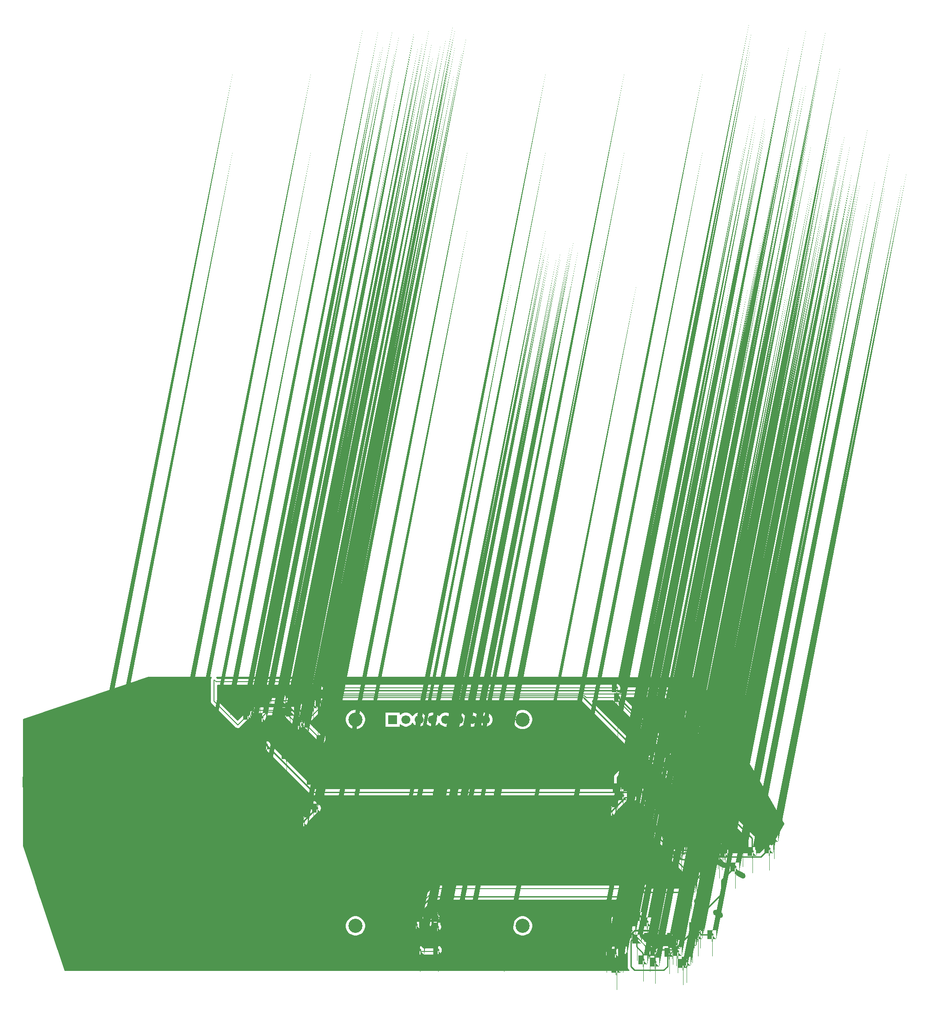
<source format=gbr>
%TF.GenerationSoftware,Flux,Pcbnew,7.0.11-7.0.11~ubuntu20.04.1*%
%TF.CreationDate,2024-08-16T14:00:36+00:00*%
%TF.ProjectId,input,696e7075-742e-46b6-9963-61645f706362,rev?*%
%TF.SameCoordinates,Original*%
%TF.FileFunction,Copper,L2,Bot*%
%TF.FilePolarity,Positive*%
%FSLAX46Y46*%
G04 Gerber Fmt 4.6, Leading zero omitted, Abs format (unit mm)*
G04 Filename: betterflipperzero*
G04 Build it with Flux! Visit our site at: https://www.flux.ai (PCBNEW 7.0.11-7.0.11~ubuntu20.04.1) date 2024-08-16 14:00:36*
%MOMM*%
%LPD*%
G01*
G04 APERTURE LIST*
G04 Aperture macros list*
%AMHorizOval*
0 Thick line with rounded ends*
0 $1 width*
0 $2 $3 position (X,Y) of the first rounded end (center of the circle)*
0 $4 $5 position (X,Y) of the second rounded end (center of the circle)*
0 Add line between two ends*
20,1,$1,$2,$3,$4,$5,0*
0 Add two circle primitives to create the rounded ends*
1,1,$1,$2,$3*
1,1,$1,$4,$5*%
%AMFreePoly0*
4,1,129,0.022069,0.299187,0.036723,0.297744,0.051289,0.295583,0.065730,0.292711,0.080014,0.289133,0.094105,0.284858,0.107969,0.279898,0.121572,0.274263,0.134883,0.267967,0.147869,0.261026,0.160499,0.253456,0.172742,0.245275,0.184569,0.236504,0.195952,0.227163,0.206862,0.217274,0.217274,0.206862,0.227163,0.195952,0.236504,0.184569,0.245275,0.172742,0.253456,0.160499,
0.261026,0.147869,0.267967,0.134883,0.274263,0.121572,0.279898,0.107969,0.284858,0.094105,0.289133,0.080014,0.292711,0.065730,0.295583,0.051289,0.297744,0.036723,0.299187,0.022069,0.299910,0.007362,0.299910,-0.007362,0.299187,-0.022069,0.297744,-0.036723,0.295583,-0.051289,0.292711,-0.065730,0.289133,-0.080014,0.284858,-0.094105,0.279898,-0.107969,0.274263,-0.121572,
0.267967,-0.134883,0.261026,-0.147869,0.253456,-0.160499,0.245275,-0.172742,0.236504,-0.184569,0.227163,-0.195952,0.217274,-0.206862,0.206862,-0.217274,0.195952,-0.227163,0.184569,-0.236504,0.172742,-0.245275,0.160499,-0.253456,0.147869,-0.261026,0.134883,-0.267967,0.121572,-0.274263,0.107969,-0.279898,0.094105,-0.284858,0.080014,-0.289133,0.065730,-0.292711,0.051289,-0.295583,
0.036723,-0.297744,0.022069,-0.299187,0.007362,-0.299910,-0.007362,-0.299910,-0.022069,-0.299187,-0.036723,-0.297744,-0.051289,-0.295583,-0.065730,-0.292711,-0.080014,-0.289133,-0.094105,-0.284858,-0.107969,-0.279898,-0.121572,-0.274263,-0.134883,-0.267967,-0.147869,-0.261026,-0.160499,-0.253456,-0.172742,-0.245275,-0.184569,-0.236504,-0.195952,-0.227163,-0.206862,-0.217274,-0.217274,-0.206862,
-0.227163,-0.195952,-0.236504,-0.184569,-0.245275,-0.172742,-0.253456,-0.160499,-0.261026,-0.147869,-0.267967,-0.134883,-0.274263,-0.121572,-0.279898,-0.107969,-0.284858,-0.094105,-0.289133,-0.080014,-0.292711,-0.065730,-0.295583,-0.051289,-0.297744,-0.036723,-0.299187,-0.022069,-0.299910,-0.007362,-0.299910,0.007362,-0.299187,0.022069,-0.297744,0.036723,-0.295583,0.051289,-0.292711,0.065730,
-0.289133,0.080014,-0.284858,0.094105,-0.279898,0.107969,-0.274263,0.121572,-0.267967,0.134883,-0.261026,0.147869,-0.253456,0.160499,-0.245275,0.172742,-0.236504,0.184569,-0.227163,0.195952,-0.217274,0.206862,-0.206862,0.217274,-0.195952,0.227163,-0.184569,0.236504,-0.172742,0.245275,-0.160499,0.253456,-0.147869,0.261026,-0.134883,0.267967,-0.121572,0.274263,-0.107969,0.279898,
-0.094105,0.284858,-0.080014,0.289133,-0.065730,0.292711,-0.051289,0.295583,-0.036723,0.297744,-0.022069,0.299187,-0.007362,0.299910,0.007362,0.299910,0.022069,0.299187,0.022069,0.299187,$1*%
%AMFreePoly1*
4,1,5,0.850000,-0.850000,-0.850000,-0.850000,-0.850000,0.850000,0.850000,0.850000,0.850000,-0.850000,0.850000,-0.850000,$1*%
G04 Aperture macros list end*
%TA.AperFunction,ComponentPad*%
%ADD10HorizOval,1.050000X-0.454663X0.262500X0.454663X-0.262500X0*%
%TD*%
%TA.AperFunction,ComponentPad*%
%ADD11FreePoly0,0.000000*%
%TD*%
%TA.AperFunction,ComponentPad*%
%ADD12C,1.700000*%
%TD*%
%TA.AperFunction,ComponentPad*%
%ADD13FreePoly1,0.000000*%
%TD*%
%TA.AperFunction,ComponentPad*%
%ADD14C,2.700000*%
%TD*%
%TA.AperFunction,ComponentPad*%
%ADD15C,0.400000*%
%TD*%
%TA.AperFunction,Conductor*%
%ADD16C,0.300000*%
%TD*%
%TA.AperFunction,Conductor*%
%ADD17C,0.254000*%
%TD*%
%TA.AperFunction,Conductor*%
%ADD18C,0.150000*%
%TD*%
G04 APERTURE END LIST*
D10*
%TO.P,,a9728bda-38a0-4284-839c-b054ecb6658e__2326611f-98f6-a130-ac94-da96fde3ec8f*%
%TO.N,N/C*%
X56843000Y-1574574D03*
%TO.P,,a9728bda-38a0-4284-839c-b054ecb6658e__9415c64b-4f59-a6d9-e7ea-dc5b1de656fb*%
X52523018Y-9057044D03*
%TO.P,,a9728bda-38a0-4284-839c-b054ecb6658e__9b3c6dc7-8e8d-43a0-5d61-3a6777006a6c*%
X56143009Y-11147035D03*
%TO.P,,a9728bda-38a0-4284-839c-b054ecb6658e__e8284091-fcc7-bc14-948c-a2f31e589c00*%
X60462991Y-3664565D03*
D11*
%TO.P,,b47b39cd-066e-4d9b-819c-8c99630e36ba__55c7e7af-67a4-4066-a0f7-a2581e1d74bf*%
%TO.N,Net (P1)*%
X-21441616Y9699607D03*
%TO.P,,b47b39cd-066e-4d9b-819c-8c99630e36ba__6940ea2e-3799-43a3-a682-a446a143f7d9*%
X-23284634Y6424438D03*
%TO.P,,b47b39cd-066e-4d9b-819c-8c99630e36ba__de70eb82-9b2e-4f63-b72e-cc61ce8525f8*%
X-20706794Y9064481D03*
D12*
%TO.P,,fde93685-1b47-4d55-9189-6f2810ccf2d7__09777ebb-f9ec-a1d8-aacd-1e03d3e185cb*%
%TO.N,N/C*%
X9062700Y26038200D03*
%TO.P,,fde93685-1b47-4d55-9189-6f2810ccf2d7__17aa498e-7034-989d-93a1-20cf048a9bb7*%
X-1097300Y26038200D03*
D13*
%TO.P,,fde93685-1b47-4d55-9189-6f2810ccf2d7__780a0c78-b655-92b5-eb7b-7bb07a38f6bb*%
X-6177300Y26038200D03*
D12*
%TO.P,,fde93685-1b47-4d55-9189-6f2810ccf2d7__88186ed4-c72e-9151-10db-74afa3b3250f*%
X11602700Y26038200D03*
%TO.P,,fde93685-1b47-4d55-9189-6f2810ccf2d7__a5452cd5-cdfa-37d5-f511-cce953e8887a*%
X-3637300Y26038200D03*
%TO.P,,fde93685-1b47-4d55-9189-6f2810ccf2d7__bf89ace4-a929-4341-2316-5258132c0519*%
X6522700Y26038200D03*
%TO.P,,fde93685-1b47-4d55-9189-6f2810ccf2d7__e1477550-86e3-7622-8486-9d94b12c61a3*%
X3982700Y26038200D03*
%TO.P,,fde93685-1b47-4d55-9189-6f2810ccf2d7__fd60c3f0-3f20-7c4b-71bf-496c76bfff57*%
X1442700Y26038200D03*
D14*
%TO.P,,fde93685-1b47-4d55-9189-6f2810ccf2d7__9b5df1e0-9f2a-899f-2919-7db1566b6d64.mounts.13e7b21decf95421cd3e398441d8b521*%
X-13287300Y26038200D03*
%TO.P,,fde93685-1b47-4d55-9189-6f2810ccf2d7__9b5df1e0-9f2a-899f-2919-7db1566b6d64.mounts.13400cc629a4f6eba2ffef736c215646*%
X18712700Y-13461800D03*
%TO.P,,fde93685-1b47-4d55-9189-6f2810ccf2d7__9b5df1e0-9f2a-899f-2919-7db1566b6d64.mounts.9b67ec2108eab0208d9c6083db633c0f*%
X-13287300Y-13461800D03*
%TO.P,,fde93685-1b47-4d55-9189-6f2810ccf2d7__9b5df1e0-9f2a-899f-2919-7db1566b6d64.mounts.285fa6b931a40c0607ac10948467f53c*%
X18712700Y26038200D03*
D15*
%TO.P,,ff6aa628-a694-44a5-a8a3-0151430d2fb0__ee3a696f-ef70-402c-ab0c-7137ed4eee28.defaultFootprint.mounts.183bc2e5b0fd3164e75ded3f1243107f*%
X51805084Y13290543D03*
%TO.P,,ff6aa628-a694-44a5-a8a3-0151430d2fb0__ee3a696f-ef70-402c-ab0c-7137ed4eee28.defaultFootprint.mounts.9dc978c55082aad2fafacdbd9f5f57bc*%
X50592650Y12590542D03*
%TO.P,,ff6aa628-a694-44a5-a8a3-0151430d2fb0__ee3a696f-ef70-402c-ab0c-7137ed4eee28.defaultFootprint.mounts.a0d68b55a491274f814daab068f0c950*%
X51105083Y14502978D03*
%TO.P,,ff6aa628-a694-44a5-a8a3-0151430d2fb0__ee3a696f-ef70-402c-ab0c-7137ed4eee28.defaultFootprint.mounts.afcd757d940930679b843bc1e4386240*%
X49892648Y13802977D03*
%TO.P,,ff6aa628-a694-44a5-a8a3-0151430d2fb0__ee3a696f-ef70-402c-ab0c-7137ed4eee28.defaultFootprint.mounts.4504ff15bdcf4818a54146cc7a8e9a0d*%
X50405081Y15715413D03*
%TO.P,,ff6aa628-a694-44a5-a8a3-0151430d2fb0__ee3a696f-ef70-402c-ab0c-7137ed4eee28.defaultFootprint.mounts.19f3852e009ba6bfae8a2fce513ef1dd*%
X49192647Y15015411D03*
%TO.P,,ff6aa628-a694-44a5-a8a3-0151430d2fb0__ee3a696f-ef70-402c-ab0c-7137ed4eee28.defaultFootprint.mounts.6d4d26d8edc27532900a7c937b5e863d*%
X52061301Y14246762D03*
%TO.P,,ff6aa628-a694-44a5-a8a3-0151430d2fb0__ee3a696f-ef70-402c-ab0c-7137ed4eee28.defaultFootprint.mounts.f2ecf32f083cf9b5783a264d7a48b752*%
X50848866Y13546760D03*
%TO.P,,ff6aa628-a694-44a5-a8a3-0151430d2fb0__ee3a696f-ef70-402c-ab0c-7137ed4eee28.defaultFootprint.mounts.cf10f8cc0c36fe03b55323802961a88d*%
X49636431Y12846759D03*
%TO.P,,ff6aa628-a694-44a5-a8a3-0151430d2fb0__ee3a696f-ef70-402c-ab0c-7137ed4eee28.defaultFootprint.mounts.52e844226e796b1c42a9f7f1323ab2f7*%
X51361299Y15459196D03*
%TO.P,,ff6aa628-a694-44a5-a8a3-0151430d2fb0__ee3a696f-ef70-402c-ab0c-7137ed4eee28.defaultFootprint.mounts.a17b4eabb5e4ad17dbcba1ef557d9230*%
X48936430Y14059193D03*
%TO.P,,ff6aa628-a694-44a5-a8a3-0151430d2fb0__ee3a696f-ef70-402c-ab0c-7137ed4eee28.defaultFootprint.mounts.fab9ee6953aa1da2d8a8f965443f1f1b*%
X50148865Y14759195D03*
D11*
%TO.P,,207bfe61-dce0-4f39-be21-0d850f98b387*%
%TO.N,Net 10*%
X62644100Y752000D03*
%TO.P,,a650fbb7-4685-45b4-a32a-ea1cce39617a*%
X54068300Y23764000D03*
%TO.P,,347703a5-faa3-4a19-8658-400d6e74c78d*%
%TO.N,Net 6*%
X-25865600Y28437800D03*
%TO.P,,8766b817-0d94-4bd6-be7a-57be64c73932*%
X45440200Y18264700D03*
%TO.P,,24d149d7-57ad-41a5-82b0-f953ae1209e0*%
%TO.N,Net 62*%
X-1649200Y-11819900D03*
%TO.P,,3be09ced-8b1d-4957-bfe7-cf21072be47b*%
X35662500Y8430600D03*
%TO.P,,b1f48018-bbba-4b06-ac27-e0fd060498ae*%
X-1649300Y-13281200D03*
%TO.P,,f22ec80d-6ed8-4d7e-8ad4-d7de92d393e7*%
X39690600Y11092800D03*
%TO.P,,0c85706e-6f5b-4ace-a825-248c5702f3e0*%
%TO.N,Net 23*%
X56082500Y1537000D03*
%TO.P,,209adb60-70ca-407f-9789-bdfa4b496d77*%
X513300Y-12898100D03*
%TO.P,,89aff26b-4801-44a3-a411-c7bafe8d9179*%
X3890000Y-11489600D03*
%TO.P,,d6ea0405-654b-4f2f-908e-f6052c9960d9*%
X54754900Y1537000D03*
%TO.P,,f24f021c-63fe-4c0d-a090-e2efc6a7078b*%
X513300Y-11819900D03*
%TO.P,,f9926f4d-3eaa-4ac8-b328-7df214e869a9*%
X2338600Y-10656500D03*
%TO.P,,20ae2f0a-8201-4819-835e-11af35ee14f1*%
%TO.N,Net 58*%
X-24097800Y28314700D03*
%TO.P,,62b8ada6-d1ed-4fe0-bf0a-13137be8c887*%
X-30392800Y29614500D03*
%TO.P,,27aa7de7-8d81-4dd5-a01b-553cb046d2d7*%
%TO.N,Net 61*%
X48378700Y12940400D03*
%TO.P,,2d405da3-1a4f-47e2-a130-dc9189ce5603*%
X2338600Y-11819900D03*
%TO.P,,7ba6208f-4c89-40e1-b6af-6eee6e1d4445*%
X54940400Y10614600D03*
%TO.P,,b1b52176-e2d8-4bcd-9a02-740a3a933d32*%
X52411300Y12590500D03*
%TO.P,,bc4632b3-05e1-47be-9f6a-fbd40574d009*%
X2338600Y-13655800D03*
%TO.P,,cc960b0f-1771-47f2-9335-c8f93f98199f*%
X36834700Y12940600D03*
%TO.P,,01173b48-433f-476a-8512-74e8639255fa*%
%TO.N,Net 27*%
X-22680800Y26391700D03*
%TO.P,,1e3a95c6-b6ca-41fb-b598-488343e0906d*%
X-21374200Y29022400D03*
%TO.P,,29738394-fc21-4af3-a422-23968b129d75*%
X-19610900Y30899500D03*
%TO.P,,299a8220-cd96-43c9-b804-11321be162cb*%
X55934200Y8618600D03*
%TO.P,,984e020b-c8eb-4202-ada3-974d2924432e*%
X-26790700Y27458700D03*
%TO.P,,9d14486d-19d5-44bb-8658-f328cde09b27*%
X-31278200Y26391700D03*
%TO.P,,c5a86da6-6979-45c7-91b2-233b6e3c2928*%
X-24299300Y24977600D03*
%TO.P,,87fc061c-74f9-4937-b412-e6bfcb352be4*%
%TO.N,Net 13*%
X50748200Y-5074800D03*
%TO.P,,e8682695-0348-472d-818d-7dad2f3a248a*%
X46453400Y752000D03*
%TO.P,,04735876-aa60-49a8-b3ef-dafb8d97c6dc*%
%TO.N,Net 42*%
X51981500Y-3542800D03*
%TO.P,,547e7e36-499d-4f71-9a58-2572d818a868*%
X53515600Y-3078000D03*
%TO.P,,77028e07-86d5-4c74-86b8-4fccadde9762*%
%TO.N,Net 51*%
X42485100Y-12677400D03*
%TO.P,,8a8af2b2-8879-4748-8847-2b7529634d4f*%
X52625500Y-13650800D03*
%TO.P,,9a0ee4e0-4754-4aaf-bff0-f1295a4e016c*%
X41134600Y-11654800D03*
%TO.P,,9bb1d60f-9d26-468d-805d-ebec73a94ccf*%
X38212400Y-14387700D03*
%TO.P,,a41bcef6-0361-49d1-a9da-00d1fe06c176*%
X38904600Y-11654800D03*
%TO.P,,f469767e-8128-4d27-9fcb-dea7d323cce4*%
X51783800Y-13035700D03*
%TO.P,,5a9c113c-5fad-4d20-ad38-1092a578d5a8*%
%TO.N,Net 67*%
X-1048100Y-18080500D03*
%TO.P,,5cf0ab72-b0e8-468d-bb1b-498fc37da44e*%
X2450800Y-18080500D03*
%TO.P,,0442ff68-1001-4515-90e7-06a3bb2211e8*%
%TO.N,Net 15*%
X-2733400Y-12054600D03*
%TO.P,,af7d761e-ee60-42c6-9816-10536eb24066*%
X57911700Y1306800D03*
%TO.P,,cd2aff56-552a-4c00-a823-26f61b872cb8*%
X-2203800Y-10656400D03*
%TO.P,,d0039dc1-28ca-4cba-a84f-90ac8649071e*%
X41957900Y-6323400D03*
%TO.P,,ec1e2995-e400-493b-b83d-c7534b5ac8e9*%
X-2627500Y-12898200D03*
%TO.P,,f4ac26bd-d357-4f15-91a3-4f859b83a5a1*%
X54265600Y3203700D03*
%TO.P,,307e88f4-dc42-43b6-a702-2edeb4db613b*%
%TO.N,Net 57*%
X-33405100Y27781100D03*
%TO.P,,7989da36-5e86-4160-8c86-af81154e94c0*%
X-18405500Y26391700D03*
%TO.P,,cb6df5cb-6e1d-452c-b854-d627b1a8e27e*%
X-19852000Y22218200D03*
%TO.P,,6775c09e-24aa-4cb4-96bd-0e9dbbb39c8e*%
%TO.N,Net 68*%
X65882100Y1306800D03*
%TO.P,,bca37ccc-f576-4123-bd04-3af01d74a4e4*%
X56268000Y-196400D03*
%TO.P,,1c11753f-ba3c-4bc2-be14-7363f8c25c7e*%
%TO.N,GND*%
X49391700Y-20658400D03*
%TO.P,,5497b025-87f2-4bd4-82bf-cf54279d495f*%
X47263500Y-15662600D03*
%TO.P,,a038efce-1679-48d2-9dd2-f55c39d1bf0d*%
X51181200Y-16412600D03*
%TO.P,,b80b3862-2a3c-44e5-8999-8d92642536fd*%
X52265600Y-15108900D03*
%TO.P,,bb25d5dc-cc56-4c14-9856-18a8bdec11ac*%
X42575300Y18264700D03*
%TO.P,,bbfc730c-79c0-46ee-9314-bfb150350888*%
X56267900Y3350600D03*
%TO.P,,c2a06121-aa2e-44ef-a1a9-41b443d0512b*%
X51868600Y11714500D03*
%TO.P,,e6c870e3-3ee4-422e-a94c-332fd1cf1eff*%
X42817200Y-15662600D03*
%TO.P,,f008b36e-c631-4d32-8d68-21d83ef20b9c*%
X50076100Y-20224400D03*
%TO.P,,48bce387-0c37-4954-a6b6-4bf429cc0ca7*%
X46770300Y-18482000D03*
%TO.P,,a1b2cd5e-ac41-4acb-aaac-2dd1f3635b58*%
X44024200Y-18396100D03*
%TO.P,,e0b6dfa5-3b66-4182-83f9-cfb7181fddd4*%
X-8884000Y-17653100D03*
%TO.P,,7f1e0115-abea-4611-8826-6c1064e935ae*%
X37821500Y11423500D03*
%TO.P,,6d486441-d8c5-414f-bf81-0cfa98cb07fc.via3.7*%
X27750000Y22650000D03*
%TO.P,,6d486441-d8c5-414f-bf81-0cfa98cb07fc.via3.6*%
X12750000Y22650000D03*
%TO.P,,6d486441-d8c5-414f-bf81-0cfa98cb07fc.via3.5*%
X-2250000Y22650000D03*
%TO.P,,6d486441-d8c5-414f-bf81-0cfa98cb07fc.via3.2*%
X-47250000Y22650000D03*
%TO.P,,6d486441-d8c5-414f-bf81-0cfa98cb07fc.via3.1*%
X-62250000Y22650000D03*
%TO.P,,6d486441-d8c5-414f-bf81-0cfa98cb07fc.via2.8*%
X42750000Y7650000D03*
%TO.P,,6d486441-d8c5-414f-bf81-0cfa98cb07fc.via2.7*%
X27750000Y7650000D03*
%TO.P,,6d486441-d8c5-414f-bf81-0cfa98cb07fc.via2.6*%
X12750000Y7650000D03*
%TO.P,,6d486441-d8c5-414f-bf81-0cfa98cb07fc.via2.5*%
X-2250000Y7650000D03*
%TO.P,,6d486441-d8c5-414f-bf81-0cfa98cb07fc.via2.4*%
X-17250000Y7650000D03*
%TO.P,,6d486441-d8c5-414f-bf81-0cfa98cb07fc.via2.3*%
X-32250000Y7650000D03*
%TO.P,,6d486441-d8c5-414f-bf81-0cfa98cb07fc.via2.2*%
X-47250000Y7650000D03*
%TO.P,,6d486441-d8c5-414f-bf81-0cfa98cb07fc.via2.1*%
X-62250000Y7650000D03*
%TO.P,,6d486441-d8c5-414f-bf81-0cfa98cb07fc.via1.5*%
X-2250000Y-7350000D03*
%TO.P,,6d486441-d8c5-414f-bf81-0cfa98cb07fc.via1.4*%
X-17250000Y-7350000D03*
%TO.P,,6d486441-d8c5-414f-bf81-0cfa98cb07fc.via1.2*%
X-47250000Y-7350000D03*
%TO.P,,6196e16c-7979-42d9-ad76-d445ddcc023d*%
%TO.N,Net 60*%
X47612100Y20464400D03*
%TO.P,,8356cf02-b333-4ecf-9e76-3fdb20e3ea38*%
X36633700Y32094000D03*
%TO.P,,a681c5ee-d869-4702-9617-cfb630c6daa8*%
X37059000Y30274800D03*
%TO.P,,fb35e27d-4a78-4c9e-b249-daa247fc444f*%
X-33979700Y26877400D03*
%TO.P,,32ca3a93-bba3-4c95-ab01-a7d48099238a*%
%TO.N,Net 59*%
X-23899800Y25684700D03*
%TO.P,,432c190e-7c6c-4629-a38a-289f299b0d74*%
X-24649800Y30899500D03*
%TO.P,,8c6fb8ec-4a97-4d96-9b68-1593b071ff7f*%
X-22461600Y27960600D03*
%TO.P,,9ecb8053-2c34-42dd-aa87-3024201c3ca2*%
X-25865600Y27601100D03*
%TO.P,,0ec2af76-9b66-48f3-a4a8-54f28df96267*%
%TO.N,Net 3*%
X-30392800Y21157500D03*
%TO.P,,1eaf378b-8dbd-49d5-8fd8-018d2d19bfe8*%
X59350200Y-2180600D03*
%TO.P,,297875d3-6ab7-425d-822c-8615cb265d7d*%
X39690600Y14059200D03*
%TO.P,,29ece115-5ec5-4e1a-aa3f-630b2d4a187a*%
X39690600Y12119600D03*
%TO.P,,6cae4a02-7858-4adb-abfa-c0b26730a22e*%
X44024200Y-20353900D03*
%TO.P,,fb6fff71-3ec6-4a7f-8d99-817b3e6bc926*%
X57367800Y495100D03*
%TO.P,,1d9e1414-e1fb-4408-8873-1aea5c839521*%
%TO.N,Net 44*%
X50958500Y-6132300D03*
%TO.P,,56c795dd-ded3-4d13-b249-e762881859f4*%
X39471200Y-14387600D03*
%TO.P,,dbd85782-9d4a-4d35-82c0-c87f9340991b*%
X39471100Y-14387700D03*
%TO.P,,42cda95b-14da-48be-890f-8489d13776ef*%
%TO.N,Net 20*%
X-27484600Y30341100D03*
%TO.P,,5d5dd051-ccc1-4574-aa30-766a32dbaf3d*%
X46933700Y20113400D03*
%TO.P,,bce8f571-2969-44a2-8e6b-e7d608574577*%
X-27484600Y29839900D03*
%TO.P,,d414dfef-8bc4-4ba2-a1da-e591f79817a4*%
X-19610900Y27698300D03*
%TO.P,,d9c929ea-34a2-4451-8b3c-4ed1978d07de*%
X-20020100Y29336000D03*
%TO.P,,e7371f10-f576-454d-a515-931f4f247937*%
X-17535200Y29336000D03*
%TO.P,,0b278e3d-9e68-4277-8390-18793c9b11c2*%
%TO.N,Net 63*%
X56843000Y1337000D03*
%TO.P,,161c3fa4-5468-47ee-901e-863c0799ab8d*%
X49034100Y1017000D03*
%TO.P,,612bf2b2-2679-4560-973f-e10cae7bac62*%
X-272300Y-12898200D03*
%TO.P,,9498ca12-fd06-47ed-9da6-f680cc1e5691*%
X39471200Y-7857400D03*
%TO.P,,3aef87f0-7e20-4b50-877e-3518ec160918*%
%TO.N,Net 39*%
X36373800Y-18703000D03*
%TO.P,,53003c4b-45ff-46d7-9773-f4d178b73864*%
X47612100Y30899500D03*
%TO.P,,612118c2-8d54-4ec9-b86e-2c9f77602be6*%
X41779400Y-19976000D03*
%TO.P,,a2e25e8b-db38-4693-85f8-e128b4206fee*%
X38904600Y-9610800D03*
%TO.P,,b65aa16b-f548-4922-b1f7-fde41a5b7604*%
X41779400Y-19975700D03*
%TO.P,,cfcc94f9-2960-459e-a499-888820702cf8*%
X41779400Y-19975700D03*
%TO.P,,e4262e91-97c3-4149-8109-5f20bcfdb5dc*%
X-20020100Y31577900D03*
%TO.P,,f00835aa-4bee-4063-806c-f1905ca385f0*%
X40533700Y-16011200D03*
%TO.P,,13ed02ec-455c-4228-9391-f37b0673b352*%
%TO.N,Net 52*%
X54995000Y-15108900D03*
%TO.P,,2765ba84-73cf-4e7b-bcce-b3ba41b84a0b*%
X37812400Y-18310700D03*
%TO.P,,3481bf63-ebb2-4752-9003-f489efb7f34d*%
X34703400Y-18310700D03*
%TO.P,,42e6fb36-b780-480a-ad2b-f9716734e04a*%
X47423800Y-16726300D03*
%TO.P,,8fdf950a-6024-4205-b211-1a80856d01a7*%
X35690200Y-18310500D03*
%TO.P,,95f910c8-75bc-4a4d-bc3f-551c1527a05b*%
X37812500Y-18310700D03*
%TO.P,,d602e7bc-ce25-48e9-933c-900972f0a96d*%
X46770300Y-16012600D03*
%TO.P,,d78f01b3-265d-45cb-a132-82fa5d007254*%
X51461500Y-13651000D03*
%TO.P,,efc4761c-483a-4a34-b530-6b625bfd6c42*%
X48124100Y-17040300D03*
%TO.P,,6a511f93-fd61-4c61-8898-c57759339e15*%
%TO.N,Net 5*%
X43031400Y-18063400D03*
%TO.P,,a04df105-bec7-4903-a160-04d1c57021e6*%
X48342100Y-18396100D03*
%TO.P,,87e76f1a-bbef-4d27-a374-b311089021c5*%
%TO.N,Net 14*%
X53265600Y-2314900D03*
%TO.P,,b7399197-4958-4fdd-98c9-2a5ee51927ed*%
X48425000Y-9000D03*
%TO.P,,6d486441-d8c5-414f-bf81-0cfa98cb07fc.via.island.31*%
%TO.N,GND*%
X48896500Y17088200D03*
%TO.P,,6d486441-d8c5-414f-bf81-0cfa98cb07fc.via.island.30*%
X66775400Y3449700D03*
%TO.P,,6d486441-d8c5-414f-bf81-0cfa98cb07fc.via.island.29*%
X63555800Y7313000D03*
%TO.P,,6d486441-d8c5-414f-bf81-0cfa98cb07fc.via.island.28*%
X-20536600Y25355800D03*
%TO.P,,6d486441-d8c5-414f-bf81-0cfa98cb07fc.via.island.27*%
X48554900Y8694700D03*
%TO.P,,6d486441-d8c5-414f-bf81-0cfa98cb07fc.via.island.26*%
X60787300Y1995100D03*
%TO.P,,6d486441-d8c5-414f-bf81-0cfa98cb07fc.via.island.25*%
X45460900Y4551100D03*
%TO.P,,6d486441-d8c5-414f-bf81-0cfa98cb07fc.via.island.24*%
X51868500Y6268500D03*
%TO.P,,6d486441-d8c5-414f-bf81-0cfa98cb07fc.via.island.23*%
X54470700Y9340500D03*
%TO.P,,6d486441-d8c5-414f-bf81-0cfa98cb07fc.via.island.22*%
X50931700Y-2149000D03*
%TO.P,,6d486441-d8c5-414f-bf81-0cfa98cb07fc.via.island.21*%
X15050300Y-18063900D03*
%TO.P,,6d486441-d8c5-414f-bf81-0cfa98cb07fc.via.island.20*%
X5523500Y-14402400D03*
%TO.P,,6d486441-d8c5-414f-bf81-0cfa98cb07fc.via.island.19*%
X33011900Y-17403700D03*
%TO.P,,6d486441-d8c5-414f-bf81-0cfa98cb07fc.via.island.18*%
X-21772400Y14447800D03*
%TO.P,,6d486441-d8c5-414f-bf81-0cfa98cb07fc.via.island.17*%
X-33511300Y23643000D03*
%TO.P,,6d486441-d8c5-414f-bf81-0cfa98cb07fc.via.island.16*%
X-26609600Y19321900D03*
%TO.P,,6d486441-d8c5-414f-bf81-0cfa98cb07fc.via.island.15*%
X-23305700Y23649000D03*
%TO.P,,6d486441-d8c5-414f-bf81-0cfa98cb07fc.via.island.14*%
X49349800Y-4194500D03*
%TO.P,,6d486441-d8c5-414f-bf81-0cfa98cb07fc.via.island.13*%
X36623500Y-21565500D03*
%TO.P,,6d486441-d8c5-414f-bf81-0cfa98cb07fc.via.island.12*%
X-3941000Y-16177200D03*
%TO.P,,6d486441-d8c5-414f-bf81-0cfa98cb07fc.via.island.11*%
X3020400Y-9601200D03*
%TO.P,,6d486441-d8c5-414f-bf81-0cfa98cb07fc.via.island.10*%
X51270200Y30606700D03*
%TO.P,,6d486441-d8c5-414f-bf81-0cfa98cb07fc.via.island.9*%
X36814000Y26867600D03*
%TO.P,,6d486441-d8c5-414f-bf81-0cfa98cb07fc.via.island.8*%
X44323500Y27662400D03*
%TO.P,,6d486441-d8c5-414f-bf81-0cfa98cb07fc.via.island.7*%
X59343500Y11936400D03*
%TO.P,,6d486441-d8c5-414f-bf81-0cfa98cb07fc.via.island.6*%
X50093800Y23296800D03*
%TO.P,,6d486441-d8c5-414f-bf81-0cfa98cb07fc.via.island.5*%
X8725300Y-10735200D03*
%TO.P,,6d486441-d8c5-414f-bf81-0cfa98cb07fc.via.island.4*%
X37630500Y2205000D03*
%TO.P,,6d486441-d8c5-414f-bf81-0cfa98cb07fc.via.island.3*%
X37937300Y14560300D03*
%TO.P,,6d486441-d8c5-414f-bf81-0cfa98cb07fc.via.island.2*%
X-34366600Y30671300D03*
%TO.P,,6d486441-d8c5-414f-bf81-0cfa98cb07fc.via.island.1*%
X-37317400Y31007200D03*
%TO.P,,6d486441-d8c5-414f-bf81-0cfa98cb07fc.via.island.0*%
X-31621500Y30653100D03*
%TD*%
D16*
%TO.N,Net (P1)*%
X-23284634Y6424438D02*
X-23284917Y6424438D01*
X-21441616Y9699607D02*
X-21441899Y9699607D01*
X-20657933Y9072046D02*
X-20664155Y9065824D01*
X-23284634Y6424438D02*
X-23284917Y6424438D01*
X-20664155Y9065824D02*
X-20696399Y9065824D01*
X-20705450Y9065824D02*
X-20696399Y9065824D01*
X-23294322Y6435681D02*
X-20657933Y9072046D01*
X-21441616Y9699607D02*
X-21441899Y9699607D01*
X-21489629Y9729094D02*
X-21489912Y9729094D01*
X-21489629Y9729094D02*
X-21489912Y9729094D01*
X-20706794Y9064481D02*
X-20705521Y9065753D01*
D17*
%TO.N,Net 10*%
X62644100Y752000D02*
X62644100Y3324600D01*
X56268000Y21564200D02*
X54068200Y23764000D01*
X62644000Y3324500D02*
X56268000Y9700500D01*
X56268000Y9700600D02*
X56268000Y21564200D01*
X54068300Y23764000D02*
X54068500Y23764200D01*
D18*
%TO.N,Net 6*%
X-23949200Y26877400D02*
X-24305200Y26877400D01*
X-18090600Y30274900D02*
X-22680800Y25684700D01*
D17*
X44635000Y18264800D02*
X43535200Y19364600D01*
X45440200Y18264700D02*
X44635000Y18264700D01*
D18*
X-22680800Y25684700D02*
X-22756400Y25684700D01*
D17*
X43535200Y19364600D02*
X41275000Y19364600D01*
X41274900Y19364600D02*
X30364700Y30274800D01*
D18*
X-24305200Y26877400D02*
X-25865600Y28437800D01*
X-22756400Y25684700D02*
X-23949200Y26877500D01*
X30364700Y30274800D02*
X-18090700Y30274800D01*
D17*
%TO.N,Net 62*%
X39690600Y11092800D02*
X38324600Y11092800D01*
X35662400Y8430600D02*
X35662600Y8430800D01*
X38324700Y11092800D02*
X35662500Y8430600D01*
X-1649100Y-11819900D02*
X-1649300Y-13281300D01*
%TO.N,Net 23*%
X513300Y-11819900D02*
X513300Y-12898100D01*
X56082500Y1537000D02*
X54754900Y1537000D01*
X3890000Y-11489600D02*
X3171600Y-11489600D01*
X3171600Y-11489500D02*
X2338600Y-10656500D01*
D18*
%TO.N,Net 58*%
X-25397600Y29614500D02*
X-24097800Y28314700D01*
X-30392800Y29614500D02*
X-25397600Y29614500D01*
D17*
%TO.N,Net 61*%
X54387300Y10614500D02*
X52411300Y12590500D01*
X54940400Y10614600D02*
X54387200Y10614600D01*
X2338600Y-11819800D02*
X2338600Y-13655800D01*
X39351700Y18712700D02*
X39351700Y17532500D01*
X48378700Y13387500D02*
X43053500Y18712700D01*
X48378700Y12940400D02*
X48378700Y13387600D01*
X39351700Y17532400D02*
X36834700Y15015400D01*
X36834700Y15015400D02*
X36834700Y12940600D01*
X43053500Y18712700D02*
X39351700Y18712700D01*
D18*
%TO.N,Net 27*%
X-24299300Y24977500D02*
X-26780500Y27458700D01*
X52523000Y24486600D02*
X52523000Y22357400D01*
X-21374200Y27698300D02*
X-22680800Y26391700D01*
X-26780500Y27458700D02*
X-26790700Y27458700D01*
X52523000Y22357400D02*
X55515800Y19364600D01*
X55515800Y9037000D02*
X55934200Y8618600D01*
X55515800Y19364600D02*
X55515800Y9037000D01*
X-19610900Y30899500D02*
X46110100Y30899500D01*
X-26790700Y27458700D02*
X-30211100Y27458700D01*
X46110200Y30899500D02*
X52523000Y24486700D01*
X-30211200Y27458700D02*
X-31278200Y26391700D01*
X-21374200Y29022400D02*
X-21374200Y27698400D01*
D17*
%TO.N,Net 13*%
X50748200Y-5074800D02*
X50748200Y-3542800D01*
X50748200Y-3542800D02*
X46453400Y752000D01*
%TO.N,Net 42*%
X53368500Y-3078000D02*
X52281100Y-4165400D01*
X52281100Y-4165400D02*
X52281100Y-3842400D01*
X53515600Y-3078000D02*
X53368600Y-3078000D01*
X52281100Y-3842400D02*
X51981500Y-3542800D01*
%TO.N,Net 51*%
X52399000Y-13650800D02*
X51783800Y-13035600D01*
X38212400Y-14387700D02*
X38212400Y-12347100D01*
X52625500Y-13650800D02*
X52398900Y-13650800D01*
X41134600Y-11654800D02*
X41462400Y-11654800D01*
X38212400Y-12347000D02*
X38904600Y-11654800D01*
X41462500Y-11654800D02*
X42485100Y-12677400D01*
D18*
%TO.N,Net 67*%
X2450800Y-18080500D02*
X2240400Y-18080500D01*
X2240400Y-18080500D02*
X1963200Y-18357700D01*
X-770900Y-18357700D02*
X-1048100Y-18080500D01*
X1963200Y-18357600D02*
X-771000Y-18357600D01*
%TO.N,Net 15*%
X-2733400Y-12792200D02*
X-2627400Y-12898200D01*
X41957900Y-6323400D02*
X2129100Y-6323400D01*
X54729000Y2740300D02*
X54265600Y3203700D01*
X56478100Y2740300D02*
X54728900Y2740300D01*
X-2733400Y-12054600D02*
X-2733400Y-12792200D01*
X57911700Y1306800D02*
X56478100Y2740400D01*
X2129200Y-6323400D02*
X-2203800Y-10656400D01*
%TO.N,Net 57*%
X-19852100Y22218100D02*
X-19851900Y22218300D01*
X-25415000Y27781100D02*
X-19852000Y22218100D01*
X-33405000Y27781100D02*
X-25415000Y27781100D01*
X-18405500Y26391700D02*
X-18405500Y23664700D01*
X-18405600Y23664600D02*
X-19852000Y22218200D01*
D17*
%TO.N,Net 68*%
X56267900Y-196400D02*
X64378900Y-196400D01*
X64378900Y-196400D02*
X65882100Y1306800D01*
%TO.N,GND*%
X47612100Y-16011200D02*
X47263500Y-15662600D01*
X56267900Y7315100D02*
X51868500Y11714500D01*
X49642100Y-20658400D02*
X50076100Y-20224400D01*
X42817200Y-17162400D02*
X42817200Y-15662600D01*
X47612100Y-16162600D02*
X47612100Y-16011200D01*
X44024200Y-18369400D02*
X42817200Y-17162400D01*
X49391700Y-20658400D02*
X49642100Y-20658400D01*
X44024200Y-18396100D02*
X44024200Y-18369300D01*
X52265600Y-15328200D02*
X51181200Y-16412600D01*
X56267900Y7315100D02*
X53524900Y7315100D01*
X52265600Y-15108900D02*
X52265600Y-15328100D01*
X56267900Y3350500D02*
X56267900Y7315100D01*
X53524900Y7315100D02*
X42575300Y18264700D01*
X51868600Y11714400D02*
X51868800Y11714600D01*
X46770300Y-18482000D02*
X46770300Y-17004400D01*
X46770300Y-17004400D02*
X47612100Y-16162600D01*
X-8884000Y-17653100D02*
X-8884000Y6807100D01*
X-8884100Y6807200D02*
X-13287300Y11210400D01*
X-13287300Y11210400D02*
X37608500Y11210400D01*
X37608500Y11210400D02*
X37821600Y11423500D01*
D18*
%TO.N,Net 60*%
X36633700Y32094000D02*
X-17241900Y32094000D01*
D17*
X46869400Y20464400D02*
X37059000Y30274800D01*
D18*
X-35830200Y24977500D02*
X-35830200Y25026900D01*
X-35830200Y25027000D02*
X-33979800Y26877400D01*
X-18405600Y33257700D02*
X-39974400Y33257700D01*
D17*
X47612100Y20464400D02*
X46869500Y20464400D01*
D18*
X-40381700Y33665100D02*
X-40381700Y29529100D01*
X-40381800Y29529100D02*
X-35830200Y24977500D01*
X-39974300Y33257700D02*
X-40381700Y33665100D01*
X-17241800Y32093900D02*
X-18405600Y33257700D01*
%TO.N,Net 59*%
X-23165500Y26391700D02*
X-23165300Y26391900D01*
X-24649800Y30148700D02*
X-22461600Y27960500D01*
X-23165500Y26391700D02*
X-23165300Y26391900D01*
X-24649800Y30899500D02*
X-24649800Y30148700D01*
X-23949100Y25684700D02*
X-25865500Y27601100D01*
X-23899800Y25684700D02*
X-23949200Y25684700D01*
D17*
%TO.N,Net 3*%
X54015600Y-10180100D02*
X56843000Y-7352700D01*
X39690600Y12119600D02*
X-21354800Y12119600D01*
X47612100Y-17445400D02*
X48342100Y-17445400D01*
X-21354800Y12119600D02*
X-30392800Y21157600D01*
X50958500Y-14829000D02*
X50958500Y-13302800D01*
X45170900Y-17979000D02*
X47612100Y-17979000D01*
X48342100Y-17445400D02*
X50958500Y-14829000D01*
X54015600Y-10245700D02*
X54015600Y-10180100D01*
X57367900Y495100D02*
X47690500Y495100D01*
X44024200Y-20353900D02*
X44024200Y-19125700D01*
X41630200Y10614600D02*
X41630200Y12119600D01*
X47690500Y495100D02*
X44170100Y4015500D01*
X56843000Y-4687800D02*
X59350200Y-2180600D01*
X44170200Y4015400D02*
X44170200Y8074600D01*
X44170200Y8074600D02*
X41630200Y10614600D01*
X50958500Y-13302800D02*
X54015500Y-10245800D01*
X56843000Y-7352800D02*
X56843000Y-4687800D01*
X44024200Y-19125600D02*
X45170800Y-17979000D01*
X41630200Y12119600D02*
X39690600Y14059200D01*
X47612100Y-17979000D02*
X47612100Y-17445400D01*
%TO.N,Net 44*%
X39471200Y-14387600D02*
X39471200Y-8964200D01*
X41455300Y-6980100D02*
X50110700Y-6980100D01*
X50110700Y-6980100D02*
X50958500Y-6132300D01*
X39471200Y-8964200D02*
X41455400Y-6980000D01*
D18*
%TO.N,Net 20*%
X-27484600Y30341100D02*
X-27484600Y29839900D01*
X46933700Y20113400D02*
X46534900Y20113400D01*
X-19610900Y27698300D02*
X-19172900Y27698300D01*
X36373500Y30274800D02*
X30924900Y30274800D01*
X30605800Y30593900D02*
X-18762200Y30593900D01*
X-19172800Y27698300D02*
X-17535200Y29336000D01*
X30925000Y30274800D02*
X30605800Y30594000D01*
X-18762100Y30594000D02*
X-20020100Y29336000D01*
X46534800Y20113400D02*
X36373400Y30274800D01*
X-27484600Y29839800D02*
X-27484400Y29840000D01*
D17*
%TO.N,Net 63*%
X1248800Y-7857400D02*
X-1116000Y-10222200D01*
X-1116000Y-10222100D02*
X-1116000Y-12054500D01*
X56843000Y1337000D02*
X56843000Y1913600D01*
X-1116000Y-12054600D02*
X-272400Y-12898200D01*
X56842900Y1913600D02*
X56267900Y2488600D01*
X50988600Y1017000D02*
X49034000Y1017000D01*
X52460200Y2488600D02*
X50988600Y1017000D01*
X39471200Y-7857400D02*
X1248800Y-7857400D01*
X56267900Y2488600D02*
X52460100Y2488600D01*
%TO.N,Net 39*%
X41779400Y-19975700D02*
X41779400Y-18691100D01*
X46933700Y31577900D02*
X47612100Y30899500D01*
X36373800Y-18703000D02*
X36373800Y-12141600D01*
X-20020100Y31577900D02*
X46933700Y31577900D01*
X41779300Y-18691000D02*
X40533700Y-17445400D01*
X36373800Y-12141600D02*
X38904600Y-9610800D01*
X40533700Y-17445400D02*
X40533700Y-16162600D01*
%TO.N,Net 52*%
X34703400Y-18310500D02*
X34703600Y-18310300D01*
D16*
X37812500Y-18310700D02*
X37812500Y-17204900D01*
X39471400Y-15167900D02*
X40251600Y-14387700D01*
D17*
X51461400Y-13651000D02*
X51461600Y-13650800D01*
D16*
X45145300Y-14387700D02*
X46770300Y-16012700D01*
X39471400Y-15546000D02*
X39471400Y-15167800D01*
D17*
X37812500Y-18310700D02*
X37812700Y-18310500D01*
X54995100Y-15108900D02*
X52919300Y-15108900D01*
D16*
X37812400Y-17205000D02*
X39471400Y-15546000D01*
X40251600Y-14387700D02*
X45145400Y-14387700D01*
D18*
X47737800Y-17040300D02*
X47423800Y-16726300D01*
D17*
X52919300Y-15108800D02*
X51461500Y-13651000D01*
D18*
X48124100Y-17040300D02*
X47737900Y-17040300D01*
D17*
X35690200Y-18310500D02*
X34703400Y-18310500D01*
%TO.N,Net 5*%
X40112800Y-21915100D02*
X39471400Y-21273700D01*
X45743000Y-21915100D02*
X40112800Y-21915100D01*
D18*
X40533700Y-15294000D02*
X40533700Y-15565800D01*
D17*
X39471400Y-21273800D02*
X39471400Y-16356200D01*
X39471400Y-16356200D02*
X40533600Y-15294000D01*
D18*
X40533700Y-15565800D02*
X43031300Y-18063400D01*
X48342100Y-18396100D02*
X47540700Y-18396100D01*
X47540700Y-18396100D02*
X46461900Y-19474900D01*
D17*
X46461900Y-19475000D02*
X46461900Y-21196200D01*
X46462000Y-21196200D02*
X45743000Y-21915100D01*
%TO.N,Net 14*%
X49171000Y-755000D02*
X48425000Y-9000D01*
X53016100Y-2314900D02*
X51456100Y-754900D01*
X53265600Y-2314900D02*
X53016000Y-2314900D01*
X51456100Y-755000D02*
X49170900Y-755000D01*
%TD*%
%TA.AperFunction,Conductor*%
%TO.N,GND*%
G36*
X51307000Y-3090000D02*
G01*
X51183000Y-3090000D01*
X49660000Y-1567000D01*
X49737000Y-1382000D01*
X51164000Y-1382000D01*
X51219000Y-1405000D01*
X52418000Y-2604000D01*
X52302000Y-2803000D01*
X52088000Y-2745000D01*
X51876000Y-2745000D01*
X51671000Y-2802000D01*
X51493000Y-2904000D01*
X51307000Y-3090000D01*
G37*
%TD.AperFunction*%
%TA.AperFunction,Conductor*%
G36*
X-19044000Y25902000D02*
G01*
X-19003000Y25861000D01*
X-18980000Y25806000D01*
X-18980000Y23935000D01*
X-19003000Y23880000D01*
X-19789000Y23093000D01*
X-19913000Y23093000D01*
X-22124000Y25304000D01*
X-22124000Y25428000D01*
X-20359000Y27194000D01*
X-20235000Y27194000D01*
X-20101000Y27060000D01*
X-19914000Y26953000D01*
X-19717000Y26901000D01*
X-19505000Y26901000D01*
X-19201000Y26982000D01*
X-19079000Y26824000D01*
X-19146000Y26707000D01*
X-19150000Y26696000D01*
X-19203000Y26495000D01*
X-19203000Y26286000D01*
X-19151000Y26089000D01*
X-19044000Y25902000D01*
G37*
%TD.AperFunction*%
%TA.AperFunction,Conductor*%
G36*
X44014000Y-18248000D02*
G01*
X43829000Y-18171000D01*
X43829000Y-17959000D01*
X43775000Y-17754000D01*
X43667000Y-17574000D01*
X43668000Y-17574000D01*
X43523000Y-17427000D01*
X43524000Y-17427000D01*
X43339000Y-17321000D01*
X43340000Y-17321000D01*
X43134000Y-17266000D01*
X43079000Y-17266000D01*
X43024000Y-17243000D01*
X41185000Y-15404000D01*
X41162000Y-15353000D01*
X41152000Y-15131000D01*
X41241000Y-15038000D01*
X44845000Y-15038000D01*
X44900000Y-15061000D01*
X45964000Y-16125000D01*
X45984000Y-16159000D01*
X46028000Y-16321000D01*
X46132000Y-16502000D01*
X46279000Y-16649000D01*
X46465000Y-16757000D01*
X46572000Y-16785000D01*
X46629000Y-16841000D01*
X46683000Y-17036000D01*
X46778000Y-17202000D01*
X46691000Y-17352000D01*
X45265000Y-17352000D01*
X45256000Y-17351000D01*
X45215000Y-17352000D01*
X45126000Y-17352000D01*
X45116000Y-17353000D01*
X45114000Y-17353000D01*
X45101000Y-17355000D01*
X45069000Y-17356000D01*
X45013000Y-17373000D01*
X45005000Y-17375000D01*
X44953000Y-17385000D01*
X44931000Y-17397000D01*
X44919000Y-17402000D01*
X44881000Y-17414000D01*
X44825000Y-17454000D01*
X44819000Y-17458000D01*
X44780000Y-17480000D01*
X44773000Y-17485000D01*
X44742000Y-17520000D01*
X44014000Y-18248000D01*
G37*
%TD.AperFunction*%
%TA.AperFunction,Conductor*%
G36*
X-29903000Y28976000D02*
G01*
X-29862000Y29017000D01*
X-29807000Y29040000D01*
X-26612000Y29040000D01*
X-26526000Y28889000D01*
X-26609000Y28746000D01*
X-26609000Y28745000D01*
X-26663000Y28539000D01*
X-26663000Y28444000D01*
X-26751000Y28356000D01*
X-32820000Y28356000D01*
X-32875000Y28379000D01*
X-32915000Y28419000D01*
X-33095000Y28522000D01*
X-33094000Y28522000D01*
X-33301000Y28579000D01*
X-33509000Y28579000D01*
X-33715000Y28522000D01*
X-33895000Y28419000D01*
X-34043000Y28271000D01*
X-34146000Y28091000D01*
X-34203000Y27885000D01*
X-34203000Y27709000D01*
X-34260000Y27630000D01*
X-34294000Y27619000D01*
X-34470000Y27514000D01*
X-34472000Y27512000D01*
X-34617000Y27368000D01*
X-34618000Y27367000D01*
X-34723000Y27183000D01*
X-34777000Y26979000D01*
X-34777000Y26925000D01*
X-34800000Y26870000D01*
X-35793000Y25877000D01*
X-35917000Y25877000D01*
X-39784000Y29744000D01*
X-39807000Y29799000D01*
X-39807000Y32595000D01*
X-39719000Y32683000D01*
X-18676000Y32683000D01*
X-18621000Y32660000D01*
X-18351000Y32390000D01*
X-18428000Y32205000D01*
X-19491000Y32205000D01*
X-19529000Y32215000D01*
X-19717000Y32323000D01*
X-19914000Y32375000D01*
X-20126000Y32375000D01*
X-20323000Y32323000D01*
X-20510000Y32216000D01*
X-20658000Y32068000D01*
X-20761000Y31888000D01*
X-20818000Y31682000D01*
X-20818000Y31474000D01*
X-20761000Y31268000D01*
X-20658000Y31088000D01*
X-20510000Y30940000D01*
X-20507000Y30938000D01*
X-20448000Y30903000D01*
X-20408000Y30834000D01*
X-20408000Y30797000D01*
X-20353000Y30591000D01*
X-20352000Y30589000D01*
X-20252000Y30414000D01*
X-20250000Y30411000D01*
X-20128000Y30289000D01*
X-20173000Y30121000D01*
X-20324000Y30081000D01*
X-20510000Y29974000D01*
X-20658000Y29826000D01*
X-20660000Y29823000D01*
X-20742000Y29679000D01*
X-20864000Y29647000D01*
X-21063000Y29766000D01*
X-21268000Y29820000D01*
X-21479000Y29820000D01*
X-21685000Y29765000D01*
X-21866000Y29657000D01*
X-21867000Y29656000D01*
X-22012000Y29512000D01*
X-22115000Y29335000D01*
X-22172000Y29128000D01*
X-22172000Y28833000D01*
X-22282000Y28743000D01*
X-22355000Y28758000D01*
X-22414000Y28758000D01*
X-22469000Y28781000D01*
X-23998000Y30310000D01*
X-24011000Y30411000D01*
X-23909000Y30589000D01*
X-23852000Y30794000D01*
X-23852000Y31005000D01*
X-23909000Y31210000D01*
X-24011000Y31388000D01*
X-24159000Y31537000D01*
X-24160000Y31538000D01*
X-24347000Y31645000D01*
X-24544000Y31697000D01*
X-24753000Y31697000D01*
X-24957000Y31643000D01*
X-24959000Y31642000D01*
X-25141000Y31536000D01*
X-25288000Y31389000D01*
X-25392000Y31207000D01*
X-25447000Y31002000D01*
X-25447000Y30797000D01*
X-25392000Y30592000D01*
X-25254000Y30350000D01*
X-25322000Y30208000D01*
X-25430000Y30191000D01*
X-25442000Y30190000D01*
X-26599000Y30190000D01*
X-26687000Y30278000D01*
X-26687000Y30446000D01*
X-26742000Y30651000D01*
X-26742000Y30652000D01*
X-26850000Y30833000D01*
X-26850000Y30834000D01*
X-26995000Y30979000D01*
X-27172000Y31082000D01*
X-27379000Y31139000D01*
X-27590000Y31139000D01*
X-27795000Y31082000D01*
X-27973000Y30980000D01*
X-28122000Y30832000D01*
X-28123000Y30831000D01*
X-28230000Y30644000D01*
X-28282000Y30447000D01*
X-28282000Y30278000D01*
X-28370000Y30190000D01*
X-29808000Y30190000D01*
X-29863000Y30213000D01*
X-29903000Y30253000D01*
X-30090000Y30360000D01*
X-30287000Y30412000D01*
X-30496000Y30412000D01*
X-30700000Y30358000D01*
X-30702000Y30357000D01*
X-30884000Y30251000D01*
X-31031000Y30104000D01*
X-31135000Y29922000D01*
X-31190000Y29717000D01*
X-31190000Y29512000D01*
X-31135000Y29307000D01*
X-31031000Y29125000D01*
X-30884000Y28978000D01*
X-30702000Y28872000D01*
X-30700000Y28871000D01*
X-30496000Y28817000D01*
X-30287000Y28817000D01*
X-30090000Y28869000D01*
X-29903000Y28976000D01*
G37*
%TD.AperFunction*%
%TA.AperFunction,Conductor*%
G36*
X51452000Y16157000D02*
G01*
X51270000Y16157000D01*
X51061000Y16103000D01*
X50984000Y16124000D01*
X50835000Y16273000D01*
X50679000Y16364000D01*
X50495000Y16414000D01*
X50309000Y16414000D01*
X50140000Y16366000D01*
X50132000Y16363000D01*
X49979000Y16277000D01*
X49845000Y16143000D01*
X49752000Y15981000D01*
X49707000Y15806000D01*
X49707000Y15697000D01*
X49555000Y15610000D01*
X49464000Y15664000D01*
X49462000Y15665000D01*
X49289000Y15714000D01*
X49103000Y15714000D01*
X48919000Y15664000D01*
X48763000Y15573000D01*
X48635000Y15445000D01*
X48543000Y15287000D01*
X48543000Y15285000D01*
X48494000Y15112000D01*
X48494000Y14918000D01*
X48550000Y14718000D01*
X48530000Y14640000D01*
X48335000Y14443000D01*
X48210000Y14443000D01*
X45371000Y17282000D01*
X45448000Y17467000D01*
X45544000Y17467000D01*
X45751000Y17524000D01*
X45750000Y17524000D01*
X45930000Y17627000D01*
X46078000Y17775000D01*
X46181000Y17955000D01*
X46238000Y18161000D01*
X46238000Y18369000D01*
X46181000Y18579000D01*
X46080000Y18752000D01*
X46079000Y18753000D01*
X45932000Y18901000D01*
X45930000Y18903000D01*
X45743000Y19010000D01*
X45546000Y19062000D01*
X45337000Y19062000D01*
X45133000Y19008000D01*
X45131000Y19007000D01*
X44964000Y18911000D01*
X44863000Y18924000D01*
X43945000Y19843000D01*
X43941000Y19845000D01*
X43924000Y19858000D01*
X43898000Y19884000D01*
X43850000Y19907000D01*
X43841000Y19912000D01*
X43795000Y19942000D01*
X43794000Y19942000D01*
X43764000Y19950000D01*
X43748000Y19956000D01*
X43725000Y19968000D01*
X43668000Y19976000D01*
X43658000Y19978000D01*
X43600000Y19994000D01*
X43555000Y19992000D01*
X41567000Y19992000D01*
X41512000Y20015000D01*
X32013000Y29515000D01*
X32090000Y29700000D01*
X36103000Y29700000D01*
X36158000Y29677000D01*
X46083000Y19752000D01*
X46093000Y19739000D01*
X46115000Y19706000D01*
X46186000Y19656000D01*
X46188000Y19654000D01*
X46285000Y19583000D01*
X46296000Y19579000D01*
X46306000Y19575000D01*
X46334000Y19569000D01*
X46372000Y19548000D01*
X46442000Y19477000D01*
X46631000Y19368000D01*
X46828000Y19316000D01*
X47037000Y19316000D01*
X47241000Y19370000D01*
X47243000Y19371000D01*
X47425000Y19477000D01*
X47592000Y19644000D01*
X47647000Y19667000D01*
X47718000Y19667000D01*
X47915000Y19719000D01*
X48102000Y19826000D01*
X48103000Y19827000D01*
X48249000Y19974000D01*
X48251000Y19976000D01*
X48353000Y20154000D01*
X48410000Y20359000D01*
X48410000Y20570000D01*
X48353000Y20777000D01*
X48250000Y20954000D01*
X48106000Y21098000D01*
X48104000Y21099000D01*
X47923000Y21207000D01*
X47922000Y21207000D01*
X47717000Y21262000D01*
X47507000Y21262000D01*
X47301000Y21207000D01*
X47177000Y21134000D01*
X47075000Y21147000D01*
X38083000Y30139000D01*
X38160000Y30324000D01*
X45841000Y30324000D01*
X45896000Y30301000D01*
X51925000Y24272000D01*
X51948000Y24217000D01*
X51948000Y22418000D01*
X51946000Y22403000D01*
X51939000Y22367000D01*
X51961000Y22239000D01*
X51961000Y22238000D01*
X51974000Y22156000D01*
X51979000Y22141000D01*
X51980000Y22135000D01*
X52034000Y22055000D01*
X52037000Y22052000D01*
X52092000Y21960000D01*
X52139000Y21926000D01*
X52149000Y21918000D01*
X54918000Y19149000D01*
X54941000Y19094000D01*
X54941000Y11504000D01*
X54879000Y11423000D01*
X54597000Y11348000D01*
X54519000Y11369000D01*
X53229000Y12660000D01*
X53209000Y12694000D01*
X53152000Y12901000D01*
X53050000Y13079000D01*
X52902000Y13228000D01*
X52901000Y13229000D01*
X52715000Y13336000D01*
X52545000Y13380000D01*
X52488000Y13438000D01*
X52449000Y13592000D01*
X52470000Y13668000D01*
X52619000Y13817000D01*
X52710000Y13973000D01*
X52760000Y14157000D01*
X52760000Y14343000D01*
X52714000Y14508000D01*
X52709000Y14521000D01*
X52621000Y14676000D01*
X52620000Y14677000D01*
X52493000Y14802000D01*
X52331000Y14898000D01*
X52326000Y14900000D01*
X52153000Y14945000D01*
X52044000Y14945000D01*
X51957000Y15092000D01*
X52007000Y15181000D01*
X52012000Y15194000D01*
X52060000Y15363000D01*
X52060000Y15549000D01*
X52010000Y15733000D01*
X51919000Y15889000D01*
X51791000Y16017000D01*
X51626000Y16112000D01*
X51452000Y16157000D01*
G37*
%TD.AperFunction*%
%TA.AperFunction,Conductor*%
G36*
X56428000Y7985000D02*
G01*
X56573000Y8130000D01*
X56652000Y8265000D01*
X56798000Y8284000D01*
X61994000Y3087000D01*
X62017000Y3032000D01*
X62017000Y1281000D01*
X62007000Y1243000D01*
X61898000Y1055000D01*
X61898000Y1053000D01*
X61847000Y858000D01*
X61847000Y646000D01*
X61873000Y548000D01*
X61783000Y431000D01*
X58425000Y431000D01*
X58348000Y617000D01*
X58549000Y816000D01*
X58550000Y817000D01*
X58657000Y1004000D01*
X58709000Y1201000D01*
X58709000Y1410000D01*
X58656000Y1611000D01*
X58654000Y1616000D01*
X58548000Y1798000D01*
X58403000Y1943000D01*
X58221000Y2049000D01*
X58219000Y2050000D01*
X58015000Y2104000D01*
X57960000Y2104000D01*
X57905000Y2127000D01*
X56931000Y3101000D01*
X56921000Y3114000D01*
X56900000Y3147000D01*
X56830000Y3195000D01*
X56827000Y3197000D01*
X56731000Y3270000D01*
X56729000Y3270000D01*
X56708000Y3277000D01*
X56704000Y3279000D01*
X56658000Y3288000D01*
X56656000Y3289000D01*
X56499000Y3326000D01*
X56439000Y3316000D01*
X56427000Y3315000D01*
X55125000Y3315000D01*
X55044000Y3377000D01*
X55010000Y3508000D01*
X55008000Y3513000D01*
X54903000Y3694000D01*
X54755000Y3842000D01*
X54573000Y3946000D01*
X54574000Y3946000D01*
X54368000Y4001000D01*
X54163000Y4001000D01*
X53958000Y3946000D01*
X53776000Y3842000D01*
X53775000Y3841000D01*
X53629000Y3694000D01*
X53522000Y3515000D01*
X53468000Y3310000D01*
X53468000Y3204000D01*
X53380000Y3116000D01*
X52552000Y3116000D01*
X52543000Y3117000D01*
X52502000Y3116000D01*
X52415000Y3116000D01*
X52407000Y3115000D01*
X52407000Y3116000D01*
X52398000Y3114000D01*
X52389000Y3113000D01*
X52355000Y3112000D01*
X52299000Y3095000D01*
X52292000Y3093000D01*
X52241000Y3082000D01*
X52220000Y3071000D01*
X52207000Y3065000D01*
X52176000Y3055000D01*
X52127000Y3019000D01*
X52118000Y3014000D01*
X52063000Y2983000D01*
X52020000Y2936000D01*
X52017000Y2933000D01*
X50750000Y1667000D01*
X50695000Y1644000D01*
X49563000Y1644000D01*
X49525000Y1654000D01*
X49337000Y1762000D01*
X49140000Y1814000D01*
X48928000Y1814000D01*
X48731000Y1762000D01*
X48544000Y1655000D01*
X48396000Y1507000D01*
X48289000Y1320000D01*
X48253000Y1184000D01*
X48172000Y1122000D01*
X47982000Y1122000D01*
X47927000Y1145000D01*
X44820000Y4253000D01*
X44797000Y4308000D01*
X44797000Y7983000D01*
X44798000Y7990000D01*
X44797000Y8033000D01*
X44797000Y8119000D01*
X44796000Y8128000D01*
X44797000Y8128000D01*
X44795000Y8137000D01*
X44794000Y8146000D01*
X44793000Y8180000D01*
X44776000Y8236000D01*
X44774000Y8243000D01*
X44764000Y8292000D01*
X44752000Y8313000D01*
X44745000Y8328000D01*
X44735000Y8360000D01*
X44735000Y8361000D01*
X44704000Y8403000D01*
X44699000Y8411000D01*
X44665000Y8472000D01*
X44663000Y8474000D01*
X44628000Y8505000D01*
X44624000Y8508000D01*
X42280000Y10853000D01*
X42257000Y10908000D01*
X42257000Y12027000D01*
X42258000Y12036000D01*
X42257000Y12077000D01*
X42257000Y12163000D01*
X42256000Y12173000D01*
X42257000Y12173000D01*
X42255000Y12182000D01*
X42254000Y12191000D01*
X42253000Y12221000D01*
X42252000Y12226000D01*
X42236000Y12278000D01*
X42234000Y12287000D01*
X42224000Y12335000D01*
X42221000Y12343000D01*
X42211000Y12362000D01*
X42205000Y12375000D01*
X42196000Y12404000D01*
X42162000Y12452000D01*
X42157000Y12460000D01*
X42125000Y12516000D01*
X42125000Y12517000D01*
X42069000Y12567000D01*
X42065000Y12570000D01*
X40509000Y14128000D01*
X40489000Y14162000D01*
X40436000Y14362000D01*
X40329000Y14549000D01*
X40328000Y14550000D01*
X40179000Y14698000D01*
X40001000Y14800000D01*
X40002000Y14800000D01*
X39796000Y14857000D01*
X39585000Y14857000D01*
X39378000Y14800000D01*
X39201000Y14697000D01*
X39056000Y14552000D01*
X39056000Y14551000D01*
X38948000Y14370000D01*
X38948000Y14369000D01*
X38893000Y14163000D01*
X38893000Y13953000D01*
X38947000Y13748000D01*
X39054000Y13569000D01*
X39056000Y13567000D01*
X39200000Y13422000D01*
X39201000Y13421000D01*
X39383000Y13317000D01*
X39585000Y13263000D01*
X39619000Y13243000D01*
X39760000Y13102000D01*
X39683000Y12917000D01*
X39588000Y12917000D01*
X39383000Y12862000D01*
X39201000Y12757000D01*
X39163000Y12747000D01*
X37720000Y12747000D01*
X37632000Y12835000D01*
X37632000Y13043000D01*
X37577000Y13248000D01*
X37472000Y13431000D01*
X37462000Y13469000D01*
X37462000Y14725000D01*
X37485000Y14780000D01*
X39829000Y17123000D01*
X39835000Y17131000D01*
X39840000Y17137000D01*
X39868000Y17167000D01*
X39871000Y17171000D01*
X39900000Y17227000D01*
X39903000Y17233000D01*
X39928000Y17272000D01*
X39930000Y17276000D01*
X39936000Y17300000D01*
X39941000Y17313000D01*
X39953000Y17338000D01*
X39955000Y17343000D01*
X39965000Y17413000D01*
X39967000Y17422000D01*
X39980000Y17468000D01*
X39979000Y17496000D01*
X39979000Y17998000D01*
X40067000Y18086000D01*
X42761000Y18086000D01*
X42816000Y18063000D01*
X47602000Y13276000D01*
X47622000Y13198000D01*
X47581000Y13046000D01*
X47581000Y12835000D01*
X47638000Y12630000D01*
X47740000Y12452000D01*
X47888000Y12303000D01*
X47889000Y12302000D01*
X48076000Y12195000D01*
X48273000Y12143000D01*
X48482000Y12143000D01*
X48686000Y12197000D01*
X48688000Y12198000D01*
X48870000Y12304000D01*
X48969000Y12403000D01*
X49093000Y12403000D01*
X49207000Y12289000D01*
X49210000Y12287000D01*
X49363000Y12198000D01*
X49369000Y12196000D01*
X49540000Y12148000D01*
X49734000Y12148000D01*
X49934000Y12204000D01*
X50012000Y12184000D01*
X50163000Y12033000D01*
X50319000Y11942000D01*
X50503000Y11892000D01*
X50689000Y11892000D01*
X50862000Y11941000D01*
X50866000Y11942000D01*
X51022000Y12033000D01*
X51150000Y12161000D01*
X51241000Y12317000D01*
X51242000Y12321000D01*
X51291000Y12494000D01*
X51291000Y12608000D01*
X51440000Y12695000D01*
X51573000Y12620000D01*
X51614000Y12550000D01*
X51614000Y12488000D01*
X51669000Y12282000D01*
X51670000Y12281000D01*
X51773000Y12101000D01*
X51920000Y11954000D01*
X52102000Y11848000D01*
X52104000Y11847000D01*
X52306000Y11794000D01*
X52341000Y11774000D01*
X53979000Y10134000D01*
X53981000Y10132000D01*
X53992000Y10125000D01*
X54002000Y10117000D01*
X54023000Y10097000D01*
X54025000Y10095000D01*
X54068000Y10075000D01*
X54077000Y10070000D01*
X54134000Y10032000D01*
X54168000Y10024000D01*
X54185000Y10018000D01*
X54196000Y10013000D01*
X54196000Y10012000D01*
X54263000Y10002000D01*
X54269000Y10001000D01*
X54323000Y9988000D01*
X54412000Y9988000D01*
X54451000Y9977000D01*
X54629000Y9872000D01*
X54879000Y9806000D01*
X54941000Y9725000D01*
X54941000Y9098000D01*
X54939000Y9083000D01*
X54932000Y9048000D01*
X54951000Y8935000D01*
X54969000Y8830000D01*
X54970000Y8825000D01*
X54971000Y8819000D01*
X54972000Y8817000D01*
X55037000Y8722000D01*
X55039000Y8718000D01*
X55084000Y8642000D01*
X55102000Y8630000D01*
X55137000Y8564000D01*
X55137000Y8516000D01*
X55192000Y8311000D01*
X55297000Y8128000D01*
X55299000Y8126000D01*
X55444000Y7982000D01*
X55623000Y7875000D01*
X55828000Y7821000D01*
X56039000Y7821000D01*
X56244000Y7876000D01*
X56245000Y7876000D01*
X56424000Y7982000D01*
X56428000Y7985000D01*
G37*
%TD.AperFunction*%
%TA.AperFunction,Conductor*%
G36*
X47323000Y32071000D02*
G01*
X47298000Y32096000D01*
X47247000Y32121000D01*
X47239000Y32126000D01*
X47193000Y32155000D01*
X47163000Y32163000D01*
X47147000Y32169000D01*
X47124000Y32181000D01*
X47067000Y32189000D01*
X47057000Y32191000D01*
X46999000Y32207000D01*
X46954000Y32205000D01*
X37494000Y32205000D01*
X37413000Y32268000D01*
X37380000Y32397000D01*
X37272000Y32584000D01*
X37271000Y32585000D01*
X37123000Y32732000D01*
X36942000Y32837000D01*
X36737000Y32891000D01*
X36528000Y32891000D01*
X36330000Y32839000D01*
X36144000Y32732000D01*
X36104000Y32692000D01*
X36049000Y32669000D01*
X-16972000Y32669000D01*
X-17027000Y32692000D01*
X-17954000Y33619000D01*
X-17964000Y33632000D01*
X-17986000Y33665000D01*
X-18057000Y33715000D01*
X-18059000Y33717000D01*
X-18156000Y33788000D01*
X-18167000Y33792000D01*
X-18175000Y33795000D01*
X-18259000Y33813000D01*
X-18260000Y33814000D01*
X-18383000Y33842000D01*
X-18385000Y33843000D01*
X-18439000Y33834000D01*
X-18451000Y33833000D01*
X-39705000Y33833000D01*
X-39760000Y33856000D01*
X-39924000Y34020000D01*
X-39847000Y34205000D01*
X-35434000Y34206000D01*
X-17818000Y34206000D01*
X-9009000Y34203000D01*
X-201000Y34200000D01*
X8607000Y34195000D01*
X17416000Y34189000D01*
X26224000Y34181000D01*
X35032000Y34172000D01*
X43841000Y34162000D01*
X52461000Y34150000D01*
X52530000Y34110000D01*
X53825000Y31919000D01*
X55212000Y29563000D01*
X56597000Y27206000D01*
X57977000Y24850000D01*
X59356000Y22490000D01*
X60733000Y20127000D01*
X62106000Y17765000D01*
X63477000Y15400000D01*
X64846000Y13033000D01*
X66210000Y10667000D01*
X67573000Y8297000D01*
X68839000Y6091000D01*
X68839000Y6011000D01*
X67573000Y3804000D01*
X66515000Y1964000D01*
X66395000Y1932000D01*
X66185000Y2052000D01*
X65988000Y2104000D01*
X65776000Y2104000D01*
X65579000Y2052000D01*
X65392000Y1945000D01*
X65391000Y1944000D01*
X65244000Y1796000D01*
X65140000Y1616000D01*
X65138000Y1611000D01*
X65086000Y1412000D01*
X65066000Y1377000D01*
X64142000Y454000D01*
X64087000Y431000D01*
X63506000Y431000D01*
X63416000Y548000D01*
X63442000Y645000D01*
X63442000Y856000D01*
X63385000Y1062000D01*
X63281000Y1243000D01*
X63271000Y1281000D01*
X63271000Y3239000D01*
X63272000Y3244000D01*
X63271000Y3274000D01*
X63271000Y3368000D01*
X63270000Y3372000D01*
X63268000Y3388000D01*
X63267000Y3429000D01*
X63249000Y3486000D01*
X63247000Y3494000D01*
X63236000Y3545000D01*
X63236000Y3547000D01*
X63223000Y3569000D01*
X63216000Y3584000D01*
X63207000Y3615000D01*
X63167000Y3671000D01*
X63139000Y3721000D01*
X63092000Y3763000D01*
X63088000Y3766000D01*
X56918000Y9939000D01*
X56895000Y9994000D01*
X56895000Y21472000D01*
X56896000Y21481000D01*
X56895000Y21522000D01*
X56895000Y21609000D01*
X56894000Y21617000D01*
X56895000Y21617000D01*
X56893000Y21626000D01*
X56892000Y21635000D01*
X56891000Y21669000D01*
X56874000Y21725000D01*
X56872000Y21732000D01*
X56862000Y21782000D01*
X56850000Y21802000D01*
X56844000Y21817000D01*
X56834000Y21847000D01*
X56834000Y21848000D01*
X56798000Y21897000D01*
X56793000Y21906000D01*
X56762000Y21961000D01*
X56715000Y22004000D01*
X56712000Y22007000D01*
X54886000Y23834000D01*
X54867000Y23867000D01*
X54809000Y24074000D01*
X54706000Y24254000D01*
X54558000Y24402000D01*
X54372000Y24509000D01*
X54174000Y24561000D01*
X53965000Y24561000D01*
X53760000Y24507000D01*
X53579000Y24402000D01*
X53431000Y24255000D01*
X53430000Y24254000D01*
X53321000Y24063000D01*
X53098000Y24123000D01*
X53098000Y24426000D01*
X53100000Y24441000D01*
X53107000Y24476000D01*
X53092000Y24567000D01*
X53071000Y24690000D01*
X53069000Y24699000D01*
X53068000Y24705000D01*
X53067000Y24708000D01*
X53012000Y24789000D01*
X53009000Y24792000D01*
X52954000Y24884000D01*
X52907000Y24918000D01*
X52897000Y24926000D01*
X47846000Y29977000D01*
X47865000Y30124000D01*
X48100000Y30260000D01*
X48103000Y30262000D01*
X48251000Y30411000D01*
X48353000Y30589000D01*
X48410000Y30794000D01*
X48410000Y31005000D01*
X48353000Y31210000D01*
X48251000Y31388000D01*
X48103000Y31537000D01*
X48102000Y31538000D01*
X47915000Y31645000D01*
X47718000Y31697000D01*
X47683000Y31717000D01*
X47345000Y32055000D01*
X47340000Y32058000D01*
X47323000Y32071000D01*
G37*
%TD.AperFunction*%
%TA.AperFunction,Conductor*%
G36*
X3136000Y-13759000D02*
G01*
X3136000Y-13550000D01*
X3085000Y-13354000D01*
X3009450Y-13223000D01*
X16874000Y-13223000D01*
X16874000Y-13701000D01*
X17000000Y-14172000D01*
X17001000Y-14175000D01*
X17242000Y-14591000D01*
X17585000Y-14934000D01*
X18002000Y-15174000D01*
X18473000Y-15300000D01*
X18952000Y-15300000D01*
X19424000Y-15174000D01*
X19423000Y-15174000D01*
X19843000Y-14932000D01*
X20183000Y-14592000D01*
X20425000Y-14172000D01*
X20551000Y-13701000D01*
X20551000Y-13223000D01*
X20425000Y-12751000D01*
X20185000Y-12334000D01*
X19843000Y-11992000D01*
X19423000Y-11750000D01*
X19424000Y-11750000D01*
X18953000Y-11623000D01*
X18472000Y-11623000D01*
X18001000Y-11750000D01*
X17585000Y-11990000D01*
X17241000Y-12334000D01*
X17001000Y-12748000D01*
X17000000Y-12751000D01*
X16874000Y-13223000D01*
X3009450Y-13223000D01*
X2976000Y-13165000D01*
X2966000Y-13127000D01*
X2966000Y-12350000D01*
X2976000Y-12312000D01*
X3064000Y-12158000D01*
X3134000Y-12117000D01*
X3361000Y-12117000D01*
X3399000Y-12127000D01*
X3587000Y-12235000D01*
X3784000Y-12287000D01*
X3996000Y-12287000D01*
X4193000Y-12235000D01*
X4380000Y-12128000D01*
X4381000Y-12127000D01*
X4529000Y-11978000D01*
X4531000Y-11975000D01*
X4631000Y-11800000D01*
X4632000Y-11798000D01*
X4687000Y-11592000D01*
X4687000Y-11387000D01*
X4633000Y-11185000D01*
X4632000Y-11182000D01*
X4529000Y-11001000D01*
X4383000Y-10855000D01*
X4201000Y-10747000D01*
X4200000Y-10747000D01*
X3995000Y-10692000D01*
X3785000Y-10692000D01*
X3580000Y-10747000D01*
X3576000Y-10748000D01*
X3470000Y-10811000D01*
X3368000Y-10798000D01*
X3155000Y-10585000D01*
X3135000Y-10551000D01*
X3081000Y-10349000D01*
X2977000Y-10167000D01*
X2828000Y-10018000D01*
X2646000Y-9914000D01*
X2647000Y-9914000D01*
X2441000Y-9859000D01*
X2236000Y-9859000D01*
X2031000Y-9914000D01*
X1846000Y-10020000D01*
X1704000Y-10165000D01*
X1701000Y-10169000D01*
X1595000Y-10347000D01*
X1541000Y-10552000D01*
X1541000Y-10761000D01*
X1595000Y-10966000D01*
X1702000Y-11146000D01*
X1734000Y-11194000D01*
X1732000Y-11287000D01*
X1706000Y-11324000D01*
X1596000Y-11509000D01*
X1594000Y-11515000D01*
X1542000Y-11714000D01*
X1313000Y-11716000D01*
X1258000Y-11519000D01*
X1254000Y-11510000D01*
X1152000Y-11331000D01*
X1003000Y-11182000D01*
X823000Y-11079000D01*
X824000Y-11079000D01*
X617000Y-11022000D01*
X409000Y-11022000D01*
X199000Y-11079000D01*
X26000Y-11180000D01*
X25000Y-11181000D01*
X-125000Y-11330000D01*
X-267000Y-11576000D01*
X-489000Y-11516000D01*
X-489000Y-10514000D01*
X-466000Y-10459000D01*
X1487000Y-8507000D01*
X1542000Y-8484000D01*
X38843000Y-8484000D01*
X38931000Y-8622000D01*
X38893000Y-8708000D01*
X38882000Y-8748000D01*
X38826000Y-8805000D01*
X38599000Y-8868000D01*
X38593000Y-8870000D01*
X38415000Y-8973000D01*
X38270000Y-9118000D01*
X38270000Y-9119000D01*
X38162000Y-9300000D01*
X38162000Y-9301000D01*
X38107000Y-9507000D01*
X38087000Y-9541000D01*
X35891000Y-11736000D01*
X35886000Y-11744000D01*
X35878000Y-11754000D01*
X35857000Y-11775000D01*
X35854000Y-11781000D01*
X35827000Y-11834000D01*
X35822000Y-11843000D01*
X35798000Y-11879000D01*
X35795000Y-11885000D01*
X35787000Y-11916000D01*
X35782000Y-11930000D01*
X35771000Y-11951000D01*
X35771000Y-11952000D01*
X35763000Y-12008000D01*
X35761000Y-12018000D01*
X35745000Y-12076000D01*
X35747000Y-12132000D01*
X35747000Y-17425000D01*
X35659000Y-17513000D01*
X35587000Y-17513000D01*
X35383000Y-17567000D01*
X35378000Y-17569000D01*
X35236000Y-17651000D01*
X35156000Y-17651000D01*
X35016000Y-17570000D01*
X34809000Y-17513000D01*
X34598000Y-17513000D01*
X34393000Y-17570000D01*
X34215000Y-17672000D01*
X34066000Y-17820000D01*
X34064000Y-17823000D01*
X33958000Y-18008000D01*
X33906000Y-18205000D01*
X33906000Y-18414000D01*
X33959000Y-18615000D01*
X33961000Y-18620000D01*
X34067000Y-18802000D01*
X34214000Y-18949000D01*
X34217000Y-18951000D01*
X34396000Y-19053000D01*
X34601000Y-19108000D01*
X34806000Y-19108000D01*
X35012000Y-19053000D01*
X35011000Y-19053000D01*
X35156000Y-18970000D01*
X35236000Y-18970000D01*
X35378000Y-19052000D01*
X35383000Y-19054000D01*
X35587000Y-19108000D01*
X35640000Y-19108000D01*
X35709000Y-19148000D01*
X35734000Y-19190000D01*
X35737000Y-19194000D01*
X35884000Y-19341000D01*
X36071000Y-19448000D01*
X36268000Y-19500000D01*
X36477000Y-19500000D01*
X36682000Y-19446000D01*
X36683000Y-19445000D01*
X36863000Y-19341000D01*
X37009000Y-19196000D01*
X37011000Y-19194000D01*
X37151000Y-18951000D01*
X37271000Y-18919000D01*
X37505000Y-19053000D01*
X37710000Y-19108000D01*
X37915000Y-19108000D01*
X38121000Y-19053000D01*
X38120000Y-19053000D01*
X38299000Y-18951000D01*
X38302000Y-18949000D01*
X38449000Y-18802000D01*
X38488000Y-18737000D01*
X38557000Y-18619000D01*
X38606000Y-18509000D01*
X38844000Y-18559000D01*
X38844000Y-21182000D01*
X38843000Y-21195000D01*
X38844000Y-21246000D01*
X38844000Y-21319000D01*
X38845000Y-21327000D01*
X38844000Y-21327000D01*
X38846000Y-21336000D01*
X38847000Y-21345000D01*
X38848000Y-21378000D01*
X38868000Y-21443000D01*
X38871000Y-21453000D01*
X38880000Y-21499000D01*
X38892000Y-21520000D01*
X38898000Y-21534000D01*
X38905000Y-21557000D01*
X38907000Y-21560000D01*
X38939000Y-21605000D01*
X38976000Y-21670000D01*
X38976000Y-21671000D01*
X39032000Y-21721000D01*
X39036000Y-21724000D01*
X39195000Y-21884000D01*
X39118000Y-22069000D01*
X32349000Y-22078000D01*
X22201000Y-22088000D01*
X12051000Y-22094000D01*
X1901000Y-22099000D01*
X-8249000Y-22100000D01*
X-18399000Y-22099000D01*
X-28549000Y-22094000D01*
X-38699000Y-22088000D01*
X-48849000Y-22078000D01*
X-58999000Y-22065000D01*
X-68912000Y-22050000D01*
X-68990000Y-21993000D01*
X-69588000Y-20219000D01*
X-70263000Y-18216000D01*
X-70344015Y-17975000D01*
X-1846000Y-17975000D01*
X-1846000Y-18186000D01*
X-1789000Y-18391000D01*
X-1687000Y-18569000D01*
X-1539000Y-18718000D01*
X-1538000Y-18719000D01*
X-1351000Y-18826000D01*
X-1154000Y-18878000D01*
X-1059000Y-18878000D01*
X-1025000Y-18886000D01*
X-1017000Y-18890000D01*
X-1002000Y-18895000D01*
X-916000Y-18913000D01*
X-914000Y-18914000D01*
X-793000Y-18943000D01*
X-792000Y-18943000D01*
X-738000Y-18934000D01*
X-726000Y-18933000D01*
X1902000Y-18933000D01*
X1917000Y-18935000D01*
X1952000Y-18942000D01*
X2043000Y-18927000D01*
X2166000Y-18906000D01*
X2175000Y-18904000D01*
X2181000Y-18903000D01*
X2183000Y-18902000D01*
X2225000Y-18873000D01*
X2290000Y-18863000D01*
X2347000Y-18878000D01*
X2554000Y-18878000D01*
X2758000Y-18824000D01*
X2760000Y-18823000D01*
X2942000Y-18717000D01*
X3089000Y-18570000D01*
X3193000Y-18388000D01*
X3248000Y-18183000D01*
X3248000Y-17978000D01*
X3193000Y-17773000D01*
X3089000Y-17591000D01*
X2942000Y-17444000D01*
X2760000Y-17338000D01*
X2758000Y-17337000D01*
X2554000Y-17283000D01*
X2345000Y-17283000D01*
X2148000Y-17335000D01*
X1961000Y-17442000D01*
X1960000Y-17443000D01*
X1812000Y-17592000D01*
X1725000Y-17743000D01*
X1655000Y-17783000D01*
X-253000Y-17783000D01*
X-323000Y-17742000D01*
X-404000Y-17599000D01*
X-409000Y-17592000D01*
X-557000Y-17443000D01*
X-558000Y-17442000D01*
X-745000Y-17335000D01*
X-942000Y-17283000D01*
X-1154000Y-17283000D01*
X-1351000Y-17335000D01*
X-1538000Y-17442000D01*
X-1539000Y-17443000D01*
X-1687000Y-17592000D01*
X-1789000Y-17770000D01*
X-1846000Y-17975000D01*
X-70344015Y-17975000D01*
X-70936000Y-16214000D01*
X-71609000Y-14210000D01*
X-71940135Y-13223000D01*
X-15126000Y-13223000D01*
X-15126000Y-13701000D01*
X-15000000Y-14172000D01*
X-14999000Y-14175000D01*
X-14758000Y-14591000D01*
X-14415000Y-14934000D01*
X-13998000Y-15174000D01*
X-13527000Y-15300000D01*
X-13048000Y-15300000D01*
X-12576000Y-15174000D01*
X-12577000Y-15174000D01*
X-12157000Y-14932000D01*
X-11817000Y-14592000D01*
X-11575000Y-14172000D01*
X-11449000Y-13701000D01*
X-11449000Y-13223000D01*
X-11575000Y-12751000D01*
X-11815000Y-12334000D01*
X-12157000Y-11992000D01*
X-12577000Y-11750000D01*
X-12576000Y-11750000D01*
X-13047000Y-11623000D01*
X-13528000Y-11623000D01*
X-13999000Y-11750000D01*
X-14415000Y-11990000D01*
X-14759000Y-12334000D01*
X-14999000Y-12748000D01*
X-15000000Y-12751000D01*
X-15126000Y-13223000D01*
X-71940135Y-13223000D01*
X-72281000Y-12207000D01*
X-72977000Y-10131000D01*
X-72976000Y-10129000D01*
X-73622000Y-8198000D01*
X-74291000Y-6194000D01*
X-74960000Y-4189000D01*
X-76296000Y-177000D01*
X-76946000Y1781000D01*
X-76950000Y1804000D01*
X-76965000Y3801000D01*
X-76978000Y5851000D01*
X-76978000Y5852000D01*
X-76981293Y6527000D01*
X-24082000Y6527000D01*
X-24082000Y6322000D01*
X-24027000Y6117000D01*
X-23923000Y5935000D01*
X-23774000Y5786000D01*
X-23592000Y5682000D01*
X-23387000Y5627000D01*
X-23182000Y5627000D01*
X-22976000Y5682000D01*
X-22977000Y5682000D01*
X-22792000Y5788000D01*
X-22793000Y5788000D01*
X-22650000Y5933000D01*
X-22649000Y5935000D01*
X-22541000Y6115000D01*
X-22491000Y6306000D01*
X-22471000Y6340000D01*
X-20538000Y8273000D01*
X-20503000Y8293000D01*
X-20404000Y8318000D01*
X-20217000Y8426000D01*
X-20216000Y8427000D01*
X-20068000Y8576000D01*
X-19966000Y8754000D01*
X-19909000Y8959000D01*
X-19909000Y9169000D01*
X-19966000Y9377000D01*
X-20069000Y9554000D01*
X-20213000Y9698000D01*
X-20215000Y9699000D01*
X-20396000Y9807000D01*
X-20397000Y9807000D01*
X-20619000Y9866000D01*
X-20675000Y9923000D01*
X-20699000Y10010000D01*
X-20806000Y10189000D01*
X-20807000Y10191000D01*
X-20950000Y10336000D01*
X-20949000Y10336000D01*
X-21134000Y10442000D01*
X-21133000Y10442000D01*
X-21339000Y10497000D01*
X-21544000Y10497000D01*
X-21749000Y10442000D01*
X-21931000Y10338000D01*
X-22080000Y10189000D01*
X-22184000Y10007000D01*
X-22239000Y9802000D01*
X-22239000Y9597000D01*
X-22184000Y9392000D01*
X-22078000Y9207000D01*
X-21933000Y9065000D01*
X-21931000Y9063000D01*
X-21817000Y8995000D01*
X-21799000Y8850000D01*
X-23425000Y7224000D01*
X-23459000Y7204000D01*
X-23594000Y7168000D01*
X-23774000Y7060000D01*
X-23776000Y7059000D01*
X-23921000Y6917000D01*
X-24027000Y6732000D01*
X-24082000Y6527000D01*
X-76981293Y6527000D01*
X-76988000Y7902000D01*
X-76994000Y9950000D01*
X-76999000Y12000000D01*
X-77000000Y14050000D01*
X-76999000Y16099000D01*
X-76999000Y16100000D01*
X-76994000Y18150000D01*
X-76988000Y20198000D01*
X-76978000Y22248000D01*
X-76965000Y24298000D01*
X-76952000Y26111000D01*
X-76895000Y26189000D01*
X-75107000Y26791000D01*
X-73094000Y27468000D01*
X-71080000Y28145000D01*
X-69067000Y28822000D01*
X-67054000Y29497000D01*
X-65042000Y30173000D01*
X-63029000Y30847000D01*
X-61017000Y31522000D01*
X-59005000Y32195000D01*
X-56994000Y32868000D01*
X-54982000Y33541000D01*
X-53022000Y34196000D01*
X-52998000Y34200000D01*
X-44243000Y34203000D01*
X-40902000Y34204000D01*
X-40819000Y34041000D01*
X-40919000Y33901000D01*
X-40966000Y33675000D01*
X-40958000Y33627000D01*
X-40957000Y33614000D01*
X-40957000Y29590000D01*
X-40959000Y29575000D01*
X-40966000Y29539000D01*
X-40949000Y29439000D01*
X-40930000Y29326000D01*
X-40928000Y29319000D01*
X-40927000Y29311000D01*
X-40925000Y29308000D01*
X-40864000Y29218000D01*
X-40862000Y29214000D01*
X-40814000Y29133000D01*
X-40813000Y29132000D01*
X-40766000Y29098000D01*
X-40756000Y29090000D01*
X-36291000Y24626000D01*
X-36280000Y24611000D01*
X-36262000Y24581000D01*
X-36260000Y24579000D01*
X-36187000Y24526000D01*
X-36186000Y24525000D01*
X-36082000Y24448000D01*
X-35852000Y24392000D01*
X-35844000Y24393000D01*
X-35621000Y24430000D01*
X-35620000Y24431000D01*
X-35549000Y24476000D01*
X-35547000Y24477000D01*
X-35435000Y24544000D01*
X-35422000Y24557000D01*
X-35375000Y24627000D01*
X-35374000Y24629000D01*
X-35294000Y24740000D01*
X-35292000Y24744000D01*
X-35276000Y24768000D01*
X-33987000Y26057000D01*
X-33932000Y26080000D01*
X-33874000Y26080000D01*
X-33677000Y26132000D01*
X-33490000Y26239000D01*
X-33489000Y26240000D01*
X-33341000Y26389000D01*
X-33240000Y26564000D01*
X-33182000Y26770000D01*
X-33182000Y26943000D01*
X-33142000Y27013000D01*
X-32915000Y27143000D01*
X-32875000Y27183000D01*
X-32820000Y27206000D01*
X-31853000Y27206000D01*
X-31776000Y27021000D01*
X-31918000Y26879000D01*
X-32019000Y26706000D01*
X-32076000Y26496000D01*
X-32076000Y26286000D01*
X-32019000Y26081000D01*
X-32018000Y26079000D01*
X-31916000Y25902000D01*
X-31768000Y25754000D01*
X-31588000Y25651000D01*
X-31382000Y25594000D01*
X-31174000Y25594000D01*
X-30964000Y25651000D01*
X-30791000Y25752000D01*
X-30790000Y25753000D01*
X-30641000Y25901000D01*
X-30640000Y25902000D01*
X-30533000Y26089000D01*
X-30481000Y26286000D01*
X-30481000Y26345000D01*
X-30458000Y26400000D01*
X-29997000Y26861000D01*
X-29942000Y26884000D01*
X-27375000Y26884000D01*
X-27320000Y26861000D01*
X-27278000Y26819000D01*
X-27105000Y26718000D01*
X-26895000Y26661000D01*
X-26828000Y26661000D01*
X-26773000Y26638000D01*
X-25120000Y24985000D01*
X-25097000Y24930000D01*
X-25097000Y24872000D01*
X-25040000Y24665000D01*
X-24937000Y24488000D01*
X-24792000Y24343000D01*
X-24610000Y24235000D01*
X-24404000Y24180000D01*
X-24193000Y24180000D01*
X-23988000Y24234000D01*
X-23809000Y24341000D01*
X-23807000Y24343000D01*
X-23662000Y24487000D01*
X-23661000Y24488000D01*
X-23557000Y24670000D01*
X-23509000Y24850000D01*
X-23341000Y24895000D01*
X-20672000Y22226000D01*
X-20649000Y22171000D01*
X-20649000Y22115000D01*
X-20594000Y21908000D01*
X-20593000Y21907000D01*
X-20489000Y21728000D01*
X-20343000Y21581000D01*
X-20342000Y21580000D01*
X-20155000Y21473000D01*
X-19958000Y21421000D01*
X-19746000Y21421000D01*
X-19549000Y21473000D01*
X-19362000Y21580000D01*
X-19361000Y21581000D01*
X-19215000Y21728000D01*
X-19111000Y21907000D01*
X-19110000Y21908000D01*
X-19055000Y22115000D01*
X-19055000Y22170000D01*
X-19032000Y22225000D01*
X-18044000Y23213000D01*
X-18031000Y23223000D01*
X-17999000Y23244000D01*
X-17995000Y23247000D01*
X-17951000Y23314000D01*
X-17948000Y23318000D01*
X-17876000Y23413000D01*
X-17876000Y23414000D01*
X-17872000Y23426000D01*
X-17867000Y23438000D01*
X-17846000Y23537000D01*
X-17845000Y23539000D01*
X-17822000Y23641000D01*
X-17821000Y23643000D01*
X-17829000Y23690000D01*
X-17830000Y23702000D01*
X-17830000Y25807000D01*
X-17807000Y25862000D01*
X-17767000Y25902000D01*
X-17660000Y26089000D01*
X-17610376Y26277000D01*
X-15126000Y26277000D01*
X-15126000Y25799000D01*
X-15000000Y25328000D01*
X-14999000Y25325000D01*
X-14759000Y24910000D01*
X-14415000Y24566000D01*
X-13998000Y24326000D01*
X-13527000Y24200000D01*
X-13048000Y24200000D01*
X-12576000Y24326000D01*
X-12577000Y24326000D01*
X-12157000Y24568000D01*
X-11817000Y24908000D01*
X-11575000Y25328000D01*
X-11449000Y25799000D01*
X-11449000Y26277000D01*
X-11575000Y26749000D01*
X-11815000Y27166000D01*
X-12037000Y27388000D01*
X-7527000Y27388000D01*
X-7527000Y24688000D01*
X-4827000Y24688000D01*
X-4827000Y25067000D01*
X-4642000Y25144000D01*
X-4461000Y24963000D01*
X-4161000Y24789000D01*
X-4158000Y24788000D01*
X-3811000Y24695000D01*
X-3461000Y24695000D01*
X-3116000Y24788000D01*
X-2814000Y24963000D01*
X-2562000Y25215000D01*
X-2453000Y25402000D01*
X-2280000Y25402000D01*
X-2173000Y25215000D01*
X-1921000Y24963000D01*
X-1621000Y24789000D01*
X-1618000Y24788000D01*
X-1271000Y24695000D01*
X-921000Y24695000D01*
X-575000Y24788000D01*
X-576000Y24788000D01*
X-274000Y24963000D01*
X-22000Y25215000D01*
X87000Y25402000D01*
X260000Y25402000D01*
X367000Y25215000D01*
X619000Y24963000D01*
X919000Y24789000D01*
X922000Y24788000D01*
X1269000Y24695000D01*
X1619000Y24695000D01*
X1965000Y24788000D01*
X1964000Y24788000D01*
X2266000Y24963000D01*
X2518000Y25215000D01*
X2627000Y25402000D01*
X2800000Y25402000D01*
X2907000Y25215000D01*
X3159000Y24963000D01*
X3459000Y24789000D01*
X3462000Y24788000D01*
X3809000Y24695000D01*
X4159000Y24695000D01*
X4505000Y24788000D01*
X4504000Y24788000D01*
X4806000Y24963000D01*
X5058000Y25215000D01*
X5167000Y25402000D01*
X5340000Y25402000D01*
X5447000Y25215000D01*
X5699000Y24963000D01*
X5999000Y24789000D01*
X6002000Y24788000D01*
X6349000Y24695000D01*
X6699000Y24695000D01*
X7045000Y24788000D01*
X7044000Y24788000D01*
X7346000Y24963000D01*
X7598000Y25215000D01*
X7707000Y25402000D01*
X7880000Y25402000D01*
X7987000Y25215000D01*
X8239000Y24963000D01*
X8539000Y24789000D01*
X8542000Y24788000D01*
X8889000Y24695000D01*
X9239000Y24695000D01*
X9585000Y24788000D01*
X9584000Y24788000D01*
X9886000Y24963000D01*
X10138000Y25215000D01*
X10247000Y25402000D01*
X10420000Y25402000D01*
X10527000Y25215000D01*
X10779000Y24963000D01*
X11079000Y24789000D01*
X11082000Y24788000D01*
X11429000Y24695000D01*
X11779000Y24695000D01*
X12125000Y24788000D01*
X12124000Y24788000D01*
X12426000Y24963000D01*
X12678000Y25215000D01*
X12853000Y25517000D01*
X12945000Y25864000D01*
X12945000Y26211000D01*
X12927400Y26277000D01*
X16874000Y26277000D01*
X16874000Y25799000D01*
X17000000Y25328000D01*
X17001000Y25325000D01*
X17241000Y24910000D01*
X17585000Y24566000D01*
X18002000Y24326000D01*
X18473000Y24200000D01*
X18952000Y24200000D01*
X19424000Y24326000D01*
X19423000Y24326000D01*
X19843000Y24568000D01*
X20183000Y24908000D01*
X20425000Y25328000D01*
X20551000Y25799000D01*
X20551000Y26277000D01*
X20425000Y26749000D01*
X20185000Y27166000D01*
X19843000Y27508000D01*
X19423000Y27750000D01*
X19424000Y27750000D01*
X18953000Y27877000D01*
X18472000Y27877000D01*
X18001000Y27750000D01*
X17584000Y27509000D01*
X17241000Y27166000D01*
X17001000Y26752000D01*
X17000000Y26749000D01*
X16874000Y26277000D01*
X12927400Y26277000D01*
X12853000Y26556000D01*
X12678000Y26861000D01*
X12676000Y26864000D01*
X12427000Y27113000D01*
X12122000Y27288000D01*
X12123000Y27288000D01*
X11779000Y27381000D01*
X11429000Y27381000D01*
X11083000Y27288000D01*
X10778000Y27113000D01*
X10529000Y26864000D01*
X10527000Y26861000D01*
X10420000Y26674000D01*
X10247000Y26674000D01*
X10138000Y26861000D01*
X10136000Y26864000D01*
X9887000Y27113000D01*
X9582000Y27288000D01*
X9583000Y27288000D01*
X9239000Y27381000D01*
X8889000Y27381000D01*
X8543000Y27288000D01*
X8238000Y27113000D01*
X7989000Y26864000D01*
X7987000Y26861000D01*
X7880000Y26674000D01*
X7707000Y26674000D01*
X7598000Y26861000D01*
X7596000Y26864000D01*
X7347000Y27113000D01*
X7042000Y27288000D01*
X7043000Y27288000D01*
X6699000Y27381000D01*
X6349000Y27381000D01*
X6003000Y27288000D01*
X5698000Y27113000D01*
X5449000Y26864000D01*
X5447000Y26861000D01*
X5340000Y26674000D01*
X5167000Y26674000D01*
X5058000Y26861000D01*
X5056000Y26864000D01*
X4807000Y27113000D01*
X4502000Y27288000D01*
X4503000Y27288000D01*
X4159000Y27381000D01*
X3809000Y27381000D01*
X3463000Y27288000D01*
X3158000Y27113000D01*
X2909000Y26864000D01*
X2907000Y26861000D01*
X2800000Y26674000D01*
X2627000Y26674000D01*
X2518000Y26861000D01*
X2516000Y26864000D01*
X2267000Y27113000D01*
X1962000Y27288000D01*
X1963000Y27288000D01*
X1619000Y27381000D01*
X1269000Y27381000D01*
X923000Y27288000D01*
X618000Y27113000D01*
X369000Y26864000D01*
X367000Y26861000D01*
X260000Y26674000D01*
X87000Y26674000D01*
X-22000Y26861000D01*
X-24000Y26864000D01*
X-273000Y27113000D01*
X-578000Y27288000D01*
X-577000Y27288000D01*
X-921000Y27381000D01*
X-1271000Y27381000D01*
X-1617000Y27288000D01*
X-1922000Y27113000D01*
X-2171000Y26864000D01*
X-2173000Y26861000D01*
X-2280000Y26674000D01*
X-2453000Y26674000D01*
X-2562000Y26861000D01*
X-2564000Y26864000D01*
X-2813000Y27113000D01*
X-3118000Y27288000D01*
X-3117000Y27288000D01*
X-3461000Y27381000D01*
X-3811000Y27381000D01*
X-4157000Y27288000D01*
X-4462000Y27113000D01*
X-4642000Y26933000D01*
X-4827000Y27010000D01*
X-4827000Y27388000D01*
X-7527000Y27388000D01*
X-12037000Y27388000D01*
X-12157000Y27508000D01*
X-12577000Y27750000D01*
X-12576000Y27750000D01*
X-13047000Y27877000D01*
X-13528000Y27877000D01*
X-13999000Y27750000D01*
X-14416000Y27509000D01*
X-14759000Y27166000D01*
X-14999000Y26752000D01*
X-15000000Y26749000D01*
X-15126000Y26277000D01*
X-17610376Y26277000D01*
X-17608000Y26286000D01*
X-17608000Y26495000D01*
X-17661000Y26696000D01*
X-17663000Y26701000D01*
X-17769000Y26883000D01*
X-17916000Y27030000D01*
X-18098000Y27134000D01*
X-18097000Y27134000D01*
X-18303000Y27189000D01*
X-18607000Y27189000D01*
X-18684000Y27374000D01*
X-17542000Y28516000D01*
X-17487000Y28539000D01*
X-17432000Y28539000D01*
X-17227000Y28593000D01*
X-17226000Y28594000D01*
X-17046000Y28698000D01*
X-16898000Y28845000D01*
X-16897000Y28846000D01*
X-16790000Y29033000D01*
X-16738000Y29230000D01*
X-16738000Y29440000D01*
X-16776000Y29582000D01*
X-16686000Y29700000D01*
X30021000Y29700000D01*
X30076000Y29677000D01*
X40227000Y19525000D01*
X40150000Y19340000D01*
X39386000Y19340000D01*
X39377000Y19341000D01*
X39333000Y19346000D01*
X39330000Y19346000D01*
X39142000Y19311000D01*
X39138000Y19309000D01*
X39046000Y19258000D01*
X39045000Y19258000D01*
X38971000Y19218000D01*
X38967000Y19215000D01*
X38958000Y19209000D01*
X38956000Y19208000D01*
X38950000Y19203000D01*
X38888000Y19134000D01*
X38887000Y19132000D01*
X38834000Y19077000D01*
X38831000Y19073000D01*
X38830000Y19070000D01*
X38822000Y19058000D01*
X38787000Y18982000D01*
X38787000Y18981000D01*
X38751000Y18906000D01*
X38748000Y18895000D01*
X38744000Y18887000D01*
X38731000Y18785000D01*
X38730000Y18782000D01*
X38726000Y18757000D01*
X38725000Y18746000D01*
X38724000Y18737000D01*
X38719000Y18694000D01*
X38723000Y18673000D01*
X38725000Y18658000D01*
X38725000Y17826000D01*
X38702000Y17771000D01*
X36354000Y15424000D01*
X36345000Y15410000D01*
X36336000Y15398000D01*
X36314000Y15375000D01*
X36314000Y15374000D01*
X36295000Y15334000D01*
X36289000Y15324000D01*
X36257000Y15277000D01*
X36255000Y15273000D01*
X36245000Y15236000D01*
X36240000Y15223000D01*
X36234000Y15211000D01*
X36232000Y15204000D01*
X36222000Y15147000D01*
X36221000Y15141000D01*
X36205000Y15082000D01*
X36208000Y15014000D01*
X36208000Y13470000D01*
X36198000Y13432000D01*
X36094000Y13251000D01*
X36037000Y13046000D01*
X36037000Y12835000D01*
X35949000Y12747000D01*
X-21063000Y12747000D01*
X-21118000Y12770000D01*
X-29575000Y21228000D01*
X-29594000Y21261000D01*
X-29652000Y21468000D01*
X-29754000Y21646000D01*
X-29902000Y21795000D01*
X-30090000Y21903000D01*
X-30287000Y21955000D01*
X-30496000Y21955000D01*
X-30700000Y21901000D01*
X-30702000Y21900000D01*
X-30884000Y21794000D01*
X-31031000Y21647000D01*
X-31135000Y21465000D01*
X-31190000Y21260000D01*
X-31190000Y21055000D01*
X-31135000Y20850000D01*
X-31031000Y20668000D01*
X-30884000Y20521000D01*
X-30702000Y20415000D01*
X-30700000Y20414000D01*
X-30498000Y20361000D01*
X-30463000Y20341000D01*
X-21765000Y11642000D01*
X-21761000Y11640000D01*
X-21744000Y11627000D01*
X-21719000Y11602000D01*
X-21668000Y11577000D01*
X-21660000Y11572000D01*
X-21614000Y11543000D01*
X-21584000Y11535000D01*
X-21568000Y11529000D01*
X-21545000Y11517000D01*
X-21488000Y11509000D01*
X-21478000Y11507000D01*
X-21420000Y11491000D01*
X-21375000Y11493000D01*
X37576000Y11493000D01*
X37653000Y11308000D01*
X35591000Y9247000D01*
X35557000Y9227000D01*
X35355000Y9173000D01*
X35173000Y9069000D01*
X35024000Y8920000D01*
X34920000Y8738000D01*
X34865000Y8533000D01*
X34865000Y8327000D01*
X34920000Y8122000D01*
X34921000Y8121000D01*
X35026000Y7938000D01*
X35171000Y7796000D01*
X35173000Y7795000D01*
X35353000Y7687000D01*
X35558000Y7633000D01*
X35767000Y7633000D01*
X35972000Y7687000D01*
X36152000Y7795000D01*
X36154000Y7796000D01*
X36299000Y7938000D01*
X36404000Y8121000D01*
X36405000Y8122000D01*
X36460000Y8327000D01*
X36480000Y8361000D01*
X38563000Y10443000D01*
X38618000Y10466000D01*
X39161000Y10466000D01*
X39199000Y10456000D01*
X39378000Y10352000D01*
X39585000Y10295000D01*
X39796000Y10295000D01*
X40002000Y10352000D01*
X40001000Y10352000D01*
X40176000Y10452000D01*
X40179000Y10454000D01*
X40328000Y10602000D01*
X40329000Y10603000D01*
X40436000Y10790000D01*
X40488000Y10987000D01*
X40488000Y11196000D01*
X40435000Y11397000D01*
X40434000Y11400000D01*
X40338000Y11566000D01*
X40338000Y11647000D01*
X40433000Y11812000D01*
X40488000Y12017000D01*
X40488000Y12111000D01*
X40673000Y12188000D01*
X40980000Y11881000D01*
X41003000Y11826000D01*
X41003000Y10705000D01*
X41002000Y10692000D01*
X41003000Y10657000D01*
X41003000Y10570000D01*
X41004000Y10562000D01*
X41003000Y10562000D01*
X41005000Y10553000D01*
X41006000Y10544000D01*
X41007000Y10510000D01*
X41027000Y10445000D01*
X41030000Y10436000D01*
X41037000Y10397000D01*
X41038000Y10393000D01*
X41048000Y10375000D01*
X41054000Y10362000D01*
X41064000Y10330000D01*
X41066000Y10328000D01*
X41100000Y10282000D01*
X41105000Y10273000D01*
X41136000Y10218000D01*
X41183000Y10175000D01*
X41186000Y10172000D01*
X43520000Y7837000D01*
X43543000Y7782000D01*
X43543000Y4105000D01*
X43542000Y4092000D01*
X43543000Y4057000D01*
X43543000Y3968000D01*
X43544000Y3962000D01*
X43543000Y3962000D01*
X43545000Y3953000D01*
X43546000Y3944000D01*
X43547000Y3910000D01*
X43567000Y3845000D01*
X43570000Y3836000D01*
X43577000Y3797000D01*
X43578000Y3793000D01*
X43588000Y3775000D01*
X43594000Y3762000D01*
X43604000Y3731000D01*
X43640000Y3682000D01*
X43645000Y3673000D01*
X43676000Y3618000D01*
X43723000Y3575000D01*
X45875000Y1423000D01*
X45873000Y1297000D01*
X45814000Y1241000D01*
X45814000Y1240000D01*
X45707000Y1055000D01*
X45707000Y1053000D01*
X45656000Y858000D01*
X45656000Y646000D01*
X45708000Y449000D01*
X45815000Y262000D01*
X45816000Y261000D01*
X45965000Y113000D01*
X45968000Y111000D01*
X46143000Y11000D01*
X46145000Y10000D01*
X46350000Y-45000D01*
X46384000Y-65000D01*
X50098000Y-3780000D01*
X50121000Y-3835000D01*
X50121000Y-4546000D01*
X50111000Y-4584000D01*
X50003000Y-4772000D01*
X49951000Y-4969000D01*
X49951000Y-5178000D01*
X50004000Y-5379000D01*
X50007000Y-5386000D01*
X50112000Y-5566000D01*
X50229000Y-5683000D01*
X50240000Y-5790000D01*
X50214000Y-5828000D01*
X50162000Y-6027000D01*
X50142000Y-6062000D01*
X49873000Y-6330000D01*
X49818000Y-6353000D01*
X42848000Y-6353000D01*
X42763000Y-6280000D01*
X42756000Y-6223000D01*
X42701000Y-6018000D01*
X42699000Y-6013000D01*
X42599000Y-5838000D01*
X42597000Y-5835000D01*
X42449000Y-5686000D01*
X42448000Y-5685000D01*
X42261000Y-5578000D01*
X42064000Y-5526000D01*
X41852000Y-5526000D01*
X41655000Y-5578000D01*
X41468000Y-5685000D01*
X41428000Y-5725000D01*
X41373000Y-5748000D01*
X2190000Y-5748000D01*
X2175000Y-5746000D01*
X2139000Y-5739000D01*
X2034000Y-5757000D01*
X1931000Y-5774000D01*
X1917000Y-5779000D01*
X1908000Y-5780000D01*
X1813000Y-5844000D01*
X1809000Y-5847000D01*
X1735000Y-5890000D01*
X1734000Y-5891000D01*
X1703000Y-5935000D01*
X1694000Y-5945000D01*
X-2197000Y-9836000D01*
X-2252000Y-9859000D01*
X-2307000Y-9859000D01*
X-2511000Y-9913000D01*
X-2513000Y-9914000D01*
X-2695000Y-10020000D01*
X-2842000Y-10167000D01*
X-2946000Y-10349000D01*
X-3001000Y-10554000D01*
X-3001000Y-10760000D01*
X-2946000Y-10964000D01*
X-2846000Y-11137000D01*
X-2903000Y-11274000D01*
X-3044000Y-11312000D01*
X-3221000Y-11417000D01*
X-3226000Y-11420000D01*
X-3368000Y-11562000D01*
X-3373000Y-11569000D01*
X-3477000Y-11745000D01*
X-3531000Y-11950000D01*
X-3531000Y-12159000D01*
X-3476000Y-12366000D01*
X-3380000Y-12528000D01*
X-3371000Y-12588000D01*
X-3425000Y-12796000D01*
X-3425000Y-13006000D01*
X-3373000Y-13201000D01*
X-3266000Y-13388000D01*
X-3265000Y-13389000D01*
X-3116000Y-13537000D01*
X-3113000Y-13539000D01*
X-2938000Y-13639000D01*
X-2733000Y-13696000D01*
X-2518000Y-13696000D01*
X-2418000Y-13668000D01*
X-2322000Y-13708000D01*
X-2287000Y-13771000D01*
X-2139000Y-13919000D01*
X-1959000Y-14022000D01*
X-1753000Y-14079000D01*
X-1545000Y-14079000D01*
X-1335000Y-14022000D01*
X-1164000Y-13922000D01*
X-1161000Y-13920000D01*
X-1013000Y-13773000D01*
X-1011000Y-13771000D01*
X-891000Y-13563000D01*
X-771000Y-13531000D01*
X-582000Y-13639000D01*
X-376000Y-13696000D01*
X-168000Y-13696000D01*
X39000Y-13640000D01*
X78000Y-13616000D01*
X162000Y-13616000D01*
X200000Y-13639000D01*
X409000Y-13696000D01*
X617000Y-13696000D01*
X824000Y-13639000D01*
X823000Y-13639000D01*
X1003000Y-13536000D01*
X1151000Y-13388000D01*
X1253000Y-13210000D01*
X1254000Y-13209000D01*
X1311000Y-13004000D01*
X1311000Y-12794000D01*
X1254000Y-12588000D01*
X1146000Y-12399000D01*
X1146000Y-12319000D01*
X1253000Y-12132000D01*
X1256000Y-12127000D01*
X1258000Y-12122000D01*
X1258000Y-12121000D01*
X1313000Y-11924000D01*
X1542000Y-11926000D01*
X1594000Y-12125000D01*
X1596000Y-12132000D01*
X1701000Y-12309000D01*
X1712000Y-12348000D01*
X1712000Y-13128000D01*
X1701000Y-13167000D01*
X1596000Y-13345000D01*
X1596000Y-13346000D01*
X1541000Y-13552000D01*
X1541000Y-13763000D01*
X1595000Y-13967000D01*
X1702000Y-14146000D01*
X1705000Y-14149000D01*
X1848000Y-14293000D01*
X1849000Y-14294000D01*
X2031000Y-14398000D01*
X2236000Y-14453000D01*
X2441000Y-14453000D01*
X2647000Y-14398000D01*
X2646000Y-14398000D01*
X2828000Y-14294000D01*
X2975000Y-14147000D01*
X3081000Y-13966000D01*
X3083000Y-13961000D01*
X3083000Y-13960000D01*
X3136000Y-13759000D01*
G37*
%TD.AperFunction*%
%TD*%
M02*

</source>
